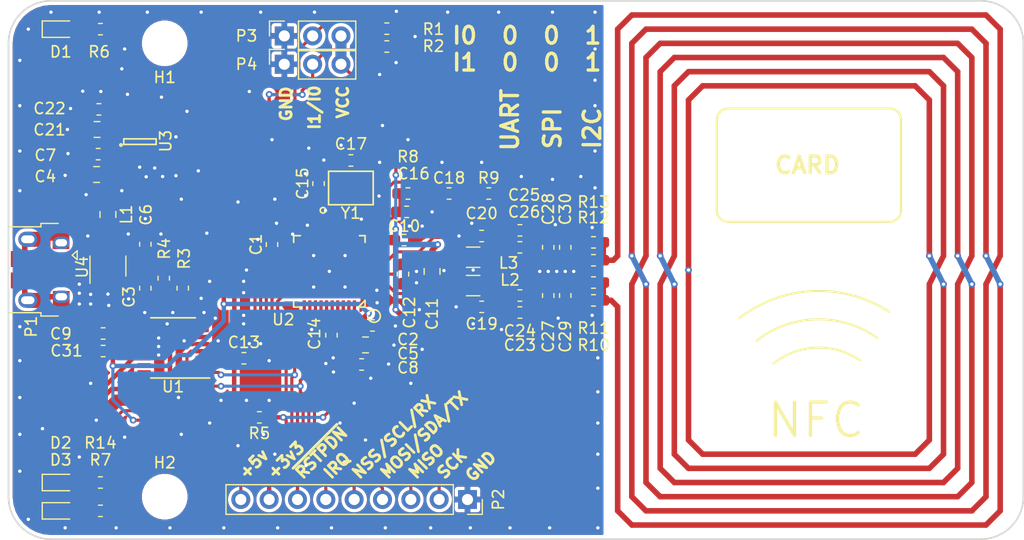
<source format=kicad_pcb>
(kicad_pcb (version 20171130) (host pcbnew 5.0.1-33cea8e~68~ubuntu18.04.1)
  (layers (0 F.Cu signal) (31 B.Cu signal) (34 B.Paste user) (35 F.Paste user) (36 B.SilkS user) (37 F.SilkS user) (38 B.Mask user) (39 F.Mask user) (44 Edge.Cuts user))
  (net 0 "")
  (net 1 +3V3)
  (net 2 GND)
  (net 3 +5V)
  (net 4 VCC)
  (net 5 /3V3OUT)
  (net 6 "Net-(C14-Pad1)")
  (net 7 "Net-(C15-Pad1)")
  (net 8 "Net-(C16-Pad2)")
  (net 9 "Net-(C17-Pad1)")
  (net 10 "Net-(C18-Pad1)")
  (net 11 "Net-(C18-Pad2)")
  (net 12 "Net-(C19-Pad2)")
  (net 13 "Net-(C23-Pad2)")
  (net 14 "Net-(C25-Pad2)")
  (net 15 "Net-(D1-Pad2)")
  (net 16 /RXLED)
  (net 17 "Net-(L2-Pad2)")
  (net 18 "Net-(L3-Pad2)")
  (net 19 "Net-(P1-Pad6)")
  (net 20 /SCK)
  (net 21 /MISO)
  (net 22 /MOSI)
  (net 23 /NSS)
  (net 24 /IRQ)
  (net 25 /~RSTPDN~)
  (net 26 /I0)
  (net 27 /I1)
  (net 28 "Net-(R3-Pad1)")
  (net 29 "Net-(R4-Pad1)")
  (net 30 "Net-(U1-Pad2)")
  (net 31 "Net-(U1-Pad6)")
  (net 32 "Net-(U1-Pad15)")
  (net 33 "Net-(U1-Pad16)")
  (net 34 "Net-(U2-Pad2)")
  (net 35 "Net-(U2-Pad12)")
  (net 36 "Net-(U2-Pad13)")
  (net 37 "Net-(U2-Pad19)")
  (net 38 "Net-(U2-Pad20)")
  (net 39 "Net-(U2-Pad24)")
  (net 40 "Net-(U2-Pad26)")
  (net 41 "Net-(U2-Pad21)")
  (net 42 "Net-(U2-Pad22)")
  (net 43 "Net-(U2-Pad36)")
  (net 44 "Net-(U2-Pad34)")
  (net 45 "Net-(U2-Pad31)")
  (net 46 "Net-(U2-Pad32)")
  (net 47 "Net-(U2-Pad35)")
  (net 48 "Net-(U2-Pad33)")
  (net 49 "Net-(U3-Pad4)")
  (net 50 "Net-(D2-Pad2)")
  (net 51 /TX2_L)
  (net 52 /5Vin)
  (net 53 /D+in)
  (net 54 /D-in)
  (net 55 "Net-(P1-Pad4)")
  (net 56 "Net-(D3-Pad2)")
  (net 57 /TXLED)
  (net 58 "Net-(U4-Pad1)")
  (net 59 "Net-(R10-Pad2)")
  (module Inductor_SMD:L_1206_3216Metric_Pad1.42x1.75mm_HandSolder (layer F.Cu) (at 144.653 106.4006 180)
    (fp_text reference L2 (at -3.302 0.508 180) (layer F.SilkS))
    (fp_text value 560nH)
    (pad 1 smd roundrect (at -1.4875 0 180) (size 1.425 1.75) (layers F.Cu F.Paste F.Mask) (roundrect_rratio 0.175439) (net 12 "Net-(C19-Pad2)"))
    (pad 2 smd roundrect (at 1.4875 0 180) (size 1.425 1.75) (layers F.Cu F.Paste F.Mask) (roundrect_rratio 0.175439) (net 17 "Net-(L2-Pad2)"))
  )
  (module "KiCAD library:FIDUCIAL_1mm" (layer F.Cu) (at 152.273 125.0696)
    (fp_text reference FID1 hide)
    (fp_text value Fiducial hide)
    (pad 1 smd circle (at 0 0) (size 1 1) (layers F.Cu F.Paste F.Mask) (clearance 0.6))
  )
  (module Capacitor_SMD:C_0603_1608Metric_Pad1.05x0.95mm_HandSolder (layer F.Cu) (at 148.844 107.2896)
    (fp_text reference C24 (at 0 3.175) (layer F.SilkS))
    (fp_text value TBD)
    (pad 1 smd roundrect (at -0.875 0) (size 1.05 0.95) (layers F.Cu F.Paste F.Mask) (net 12 "Net-(C19-Pad2)"))
    (pad 2 smd roundrect (at 0.875 0) (size 1.05 0.95) (layers F.Cu F.Paste F.Mask) (net 13 "Net-(C23-Pad2)"))
  )
  (module Capacitor_SMD:C_0603_1608Metric_Pad1.05x0.95mm_HandSolder (layer F.Cu) (at 145.415 101.9556)
    (fp_text reference C20 (at 0 -2.032) (layer F.SilkS))
    (fp_text value 220p)
    (pad 2 smd roundrect (at 0.875 0) (size 1.05 0.95) (layers F.Cu F.Paste F.Mask) (net 51 /TX2_L))
    (pad 1 smd roundrect (at -0.875 0) (size 1.05 0.95) (layers F.Cu F.Paste F.Mask) (net 2 GND))
  )
  (module Capacitor_SMD:C_0603_1608Metric_Pad1.05x0.95mm_HandSolder (layer F.Cu) (at 126.619 102.7176 90)
    (fp_text reference C1 (at 0 -1.43 90) (layer F.SilkS))
    (fp_text value 100nF)
    (pad 1 smd roundrect (at -0.875 0 90) (size 1.05 0.95) (layers F.Cu F.Paste F.Mask) (net 1 +3V3))
    (pad 2 smd roundrect (at 0.875 0 90) (size 1.05 0.95) (layers F.Cu F.Paste F.Mask) (net 2 GND))
  )
  (module Capacitor_SMD:C_0603_1608Metric_Pad1.05x0.95mm_HandSolder (layer F.Cu) (at 135.62268 109.97084)
    (fp_text reference C2 (at 3.18832 1.25576) (layer F.SilkS))
    (fp_text value 100nF)
    (pad 2 smd roundrect (at 0.875 0) (size 1.05 0.95) (layers F.Cu F.Paste F.Mask) (net 2 GND))
    (pad 1 smd roundrect (at -0.875 0) (size 1.05 0.95) (layers F.Cu F.Paste F.Mask) (net 3 +5V))
  )
  (module Capacitor_SMD:C_0603_1608Metric_Pad1.05x0.95mm_HandSolder (layer F.Cu) (at 148.844 101.4476)
    (fp_text reference C25 (at 0.381 -3.175) (layer F.SilkS))
    (fp_text value TBD)
    (pad 1 smd roundrect (at -0.875 0) (size 1.05 0.95) (layers F.Cu F.Paste F.Mask) (net 51 /TX2_L))
    (pad 2 smd roundrect (at 0.875 0) (size 1.05 0.95) (layers F.Cu F.Paste F.Mask) (net 14 "Net-(C25-Pad2)"))
  )
  (module Capacitor_SMD:C_0603_1608Metric_Pad1.05x0.95mm_HandSolder (layer F.Cu) (at 115.2652 106.6292 270)
    (fp_text reference C3 (at 0.7874 1.4732 270) (layer F.SilkS))
    (fp_text value 47pF)
    (pad 2 smd roundrect (at 0.875 0 270) (size 1.05 0.95) (layers F.Cu F.Paste F.Mask) (net 2 GND))
    (pad 1 smd roundrect (at -0.875 0 270) (size 1.05 0.95) (layers F.Cu F.Paste F.Mask) (net 53 /D+in))
  )
  (module Capacitor_SMD:C_0603_1608Metric_Pad1.05x0.95mm_HandSolder (layer F.Cu) (at 115.2652 102.6922 90)
    (fp_text reference C6 (at 2.6416 0.0508 90) (layer F.SilkS))
    (fp_text value 47pF)
    (pad 1 smd roundrect (at -0.875 0 90) (size 1.05 0.95) (layers F.Cu F.Paste F.Mask) (net 54 /D-in))
    (pad 2 smd roundrect (at 0.875 0 90) (size 1.05 0.95) (layers F.Cu F.Paste F.Mask) (net 2 GND))
  )
  (module Capacitor_SMD:C_0603_1608Metric_Pad1.05x0.95mm_HandSolder (layer F.Cu) (at 111.0374 94.615 180)
    (fp_text reference C7 (at 4.7384 -0.1016 180) (layer F.SilkS))
    (fp_text value 100nF)
    (pad 2 smd roundrect (at 0.875 0 180) (size 1.05 0.95) (layers F.Cu F.Paste F.Mask) (net 2 GND))
    (pad 1 smd roundrect (at -0.875 0 180) (size 1.05 0.95) (layers F.Cu F.Paste F.Mask) (net 3 +5V))
  )
  (module Capacitor_SMD:C_0603_1608Metric_Pad1.05x0.95mm_HandSolder (layer F.Cu) (at 134.65268 113.47084)
    (fp_text reference C8 (at 4.15832 0.29576) (layer F.SilkS))
    (fp_text value 100nF)
    (pad 1 smd roundrect (at -0.875 0) (size 1.05 0.95) (layers F.Cu F.Paste F.Mask) (net 4 VCC))
    (pad 2 smd roundrect (at 0.875 0) (size 1.05 0.95) (layers F.Cu F.Paste F.Mask) (net 2 GND))
  )
  (module Capacitor_SMD:C_0603_1608Metric_Pad1.05x0.95mm_HandSolder (layer F.Cu) (at 111.4806 110.6932)
    (fp_text reference C9 (at -3.7846 0.0254) (layer F.SilkS))
    (fp_text value 100nF)
    (pad 2 smd roundrect (at 0.875 0) (size 1.05 0.95) (layers F.Cu F.Paste F.Mask) (net 5 /3V3OUT))
    (pad 1 smd roundrect (at -0.875 0) (size 1.05 0.95) (layers F.Cu F.Paste F.Mask) (net 2 GND))
  )
  (module Capacitor_SMD:C_0603_1608Metric_Pad1.05x0.95mm_HandSolder (layer F.Cu) (at 138.46268 102.32084)
    (fp_text reference C10 (at 0 -1.25424) (layer F.SilkS))
    (fp_text value 100nF)
    (pad 1 smd roundrect (at -0.875 0) (size 1.05 0.95) (layers F.Cu F.Paste F.Mask) (net 4 VCC))
    (pad 2 smd roundrect (at 0.875 0) (size 1.05 0.95) (layers F.Cu F.Paste F.Mask) (net 2 GND))
  )
  (module Capacitor_SMD:C_0603_1608Metric_Pad1.05x0.95mm_HandSolder (layer F.Cu) (at 138.36268 105.37084 270)
    (fp_text reference C12 (at 3.44276 -0.57532 270) (layer F.SilkS))
    (fp_text value 100nF)
    (pad 2 smd roundrect (at 0.875 0 270) (size 1.05 0.95) (layers F.Cu F.Paste F.Mask) (net 2 GND))
    (pad 1 smd roundrect (at -0.875 0 270) (size 1.05 0.95) (layers F.Cu F.Paste F.Mask) (net 4 VCC))
  )
  (module Capacitor_SMD:C_0603_1608Metric_Pad1.05x0.95mm_HandSolder (layer F.Cu) (at 124.1044 112.9157)
    (fp_text reference C13 (at 0 -1.43) (layer F.SilkS))
    (fp_text value 100nF)
    (pad 1 smd roundrect (at -0.875 0) (size 1.05 0.95) (layers F.Cu F.Paste F.Mask) (net 1 +3V3))
    (pad 2 smd roundrect (at 0.875 0) (size 1.05 0.95) (layers F.Cu F.Paste F.Mask) (net 2 GND))
  )
  (module Capacitor_SMD:C_0603_1608Metric_Pad1.05x0.95mm_HandSolder (layer F.Cu) (at 131.953 110.8456 270)
    (fp_text reference C14 (at -0.127 1.524 270) (layer F.SilkS))
    (fp_text value 100nF)
    (pad 2 smd roundrect (at 0.875 0 270) (size 1.05 0.95) (layers F.Cu F.Paste F.Mask) (net 2 GND))
    (pad 1 smd roundrect (at -0.875 0 270) (size 1.05 0.95) (layers F.Cu F.Paste F.Mask) (net 6 "Net-(C14-Pad1)"))
  )
  (module Capacitor_SMD:C_0603_1608Metric_Pad1.05x0.95mm_HandSolder (layer F.Cu) (at 142.494 98.1456 180)
    (fp_text reference C18 (at 0 1.397 180) (layer F.SilkS))
    (fp_text value 1nF)
    (pad 1 smd roundrect (at -0.875 0 180) (size 1.05 0.95) (layers F.Cu F.Paste F.Mask) (net 10 "Net-(C18-Pad1)"))
    (pad 2 smd roundrect (at 0.875 0 180) (size 1.05 0.95) (layers F.Cu F.Paste F.Mask) (net 11 "Net-(C18-Pad2)"))
  )
  (module Capacitor_SMD:C_0603_1608Metric_Pad1.05x0.95mm_HandSolder (layer F.Cu) (at 111.0996 90.6018 180)
    (fp_text reference C22 (at 4.4196 0.0762 180) (layer F.SilkS))
    (fp_text value 100nF)
    (pad 2 smd roundrect (at 0.875 0 180) (size 1.05 0.95) (layers F.Cu F.Paste F.Mask) (net 2 GND))
    (pad 1 smd roundrect (at -0.875 0 180) (size 1.05 0.95) (layers F.Cu F.Paste F.Mask) (net 1 +3V3))
  )
  (module Capacitor_SMD:C_0603_1608Metric_Pad1.05x0.95mm_HandSolder (layer F.Cu) (at 111.4806 112.268 180)
    (fp_text reference C31 (at 3.2766 0.0254 180) (layer F.SilkS))
    (fp_text value 100nF)
    (pad 1 smd roundrect (at -0.875 0 180) (size 1.05 0.95) (layers F.Cu F.Paste F.Mask) (net 3 +5V))
    (pad 2 smd roundrect (at 0.875 0 180) (size 1.05 0.95) (layers F.Cu F.Paste F.Mask) (net 2 GND))
  )
  (module Capacitor_SMD:C_0603_1608Metric_Pad1.05x0.95mm_HandSolder (layer F.Cu) (at 152.908 102.9716 90)
    (fp_text reference C30 (at 3.429 0 90) (layer F.SilkS))
    (fp_text value TBD)
    (pad 2 smd roundrect (at 0.875 0 90) (size 1.05 0.95) (layers F.Cu F.Paste F.Mask) (net 14 "Net-(C25-Pad2)"))
    (pad 1 smd roundrect (at -0.875 0 90) (size 1.05 0.95) (layers F.Cu F.Paste F.Mask) (net 2 GND))
  )
  (module Capacitor_SMD:C_0603_1608Metric_Pad1.05x0.95mm_HandSolder (layer F.Cu) (at 152.908 107.2896 90)
    (fp_text reference C29 (at -3.683 0 90) (layer F.SilkS))
    (fp_text value TBD)
    (pad 1 smd roundrect (at -0.875 0 90) (size 1.05 0.95) (layers F.Cu F.Paste F.Mask) (net 13 "Net-(C23-Pad2)"))
    (pad 2 smd roundrect (at 0.875 0 90) (size 1.05 0.95) (layers F.Cu F.Paste F.Mask) (net 2 GND))
  )
  (module Capacitor_SMD:C_0603_1608Metric_Pad1.05x0.95mm_HandSolder (layer F.Cu) (at 151.384 102.9716 90)
    (fp_text reference C28 (at 3.429 0 90) (layer F.SilkS))
    (fp_text value TBD)
    (pad 2 smd roundrect (at 0.875 0 90) (size 1.05 0.95) (layers F.Cu F.Paste F.Mask) (net 14 "Net-(C25-Pad2)"))
    (pad 1 smd roundrect (at -0.875 0 90) (size 1.05 0.95) (layers F.Cu F.Paste F.Mask) (net 2 GND))
  )
  (module Capacitor_SMD:C_0603_1608Metric_Pad1.05x0.95mm_HandSolder (layer F.Cu) (at 148.844 108.8136)
    (fp_text reference C23 (at 0 2.921) (layer F.SilkS))
    (fp_text value TBD)
    (pad 1 smd roundrect (at -0.875 0) (size 1.05 0.95) (layers F.Cu F.Paste F.Mask) (net 12 "Net-(C19-Pad2)"))
    (pad 2 smd roundrect (at 0.875 0) (size 1.05 0.95) (layers F.Cu F.Paste F.Mask) (net 13 "Net-(C23-Pad2)"))
  )
  (module Capacitor_SMD:C_0603_1608Metric_Pad1.05x0.95mm_HandSolder (layer F.Cu) (at 151.384 107.2896 90)
    (fp_text reference C27 (at -3.683 0 90) (layer F.SilkS))
    (fp_text value TBD)
    (pad 2 smd roundrect (at 0.875 0 90) (size 1.05 0.95) (layers F.Cu F.Paste F.Mask) (net 2 GND))
    (pad 1 smd roundrect (at -0.875 0 90) (size 1.05 0.95) (layers F.Cu F.Paste F.Mask) (net 13 "Net-(C23-Pad2)"))
  )
  (module Capacitor_SMD:C_0603_1608Metric_Pad1.05x0.95mm_HandSolder (layer F.Cu) (at 148.844 102.9716)
    (fp_text reference C26 (at 0.381 -3.175) (layer F.SilkS))
    (fp_text value TBD)
    (pad 1 smd roundrect (at -0.875 0) (size 1.05 0.95) (layers F.Cu F.Paste F.Mask) (net 51 /TX2_L))
    (pad 2 smd roundrect (at 0.875 0) (size 1.05 0.95) (layers F.Cu F.Paste F.Mask) (net 14 "Net-(C25-Pad2)"))
  )
  (module Capacitor_SMD:C_0603_1608Metric_Pad1.05x0.95mm_HandSolder (layer F.Cu) (at 133.69268 95.18084 180)
    (fp_text reference C17 (at 0 1.48024 180) (layer F.SilkS))
    (fp_text value C)
    (pad 2 smd roundrect (at 0.875 0 180) (size 1.05 0.95) (layers F.Cu F.Paste F.Mask) (net 2 GND))
    (pad 1 smd roundrect (at -0.875 0 180) (size 1.05 0.95) (layers F.Cu F.Paste F.Mask) (net 9 "Net-(C17-Pad1)"))
  )
  (module Capacitor_SMD:C_0603_1608Metric_Pad1.05x0.95mm_HandSolder (layer F.Cu) (at 138.69268 99.79084 180)
    (fp_text reference C16 (at -0.62632 3.42324 180) (layer F.SilkS))
    (fp_text value 100nF)
    (pad 1 smd roundrect (at -0.875 0 180) (size 1.05 0.95) (layers F.Cu F.Paste F.Mask) (net 2 GND))
    (pad 2 smd roundrect (at 0.875 0 180) (size 1.05 0.95) (layers F.Cu F.Paste F.Mask) (net 8 "Net-(C16-Pad2)"))
  )
  (module Capacitor_SMD:C_0603_1608Metric_Pad1.05x0.95mm_HandSolder (layer F.Cu) (at 145.415 108.3056)
    (fp_text reference C19 (at 0 1.524) (layer F.SilkS))
    (fp_text value 220p)
    (pad 2 smd roundrect (at 0.875 0) (size 1.05 0.95) (layers F.Cu F.Paste F.Mask) (net 12 "Net-(C19-Pad2)"))
    (pad 1 smd roundrect (at -0.875 0) (size 1.05 0.95) (layers F.Cu F.Paste F.Mask) (net 2 GND))
  )
  (module Capacitor_SMD:C_0603_1608Metric_Pad1.05x0.95mm_HandSolder (layer F.Cu) (at 130.79268 97.2566 90)
    (fp_text reference C15 (at 0 -1.43 90) (layer F.SilkS))
    (fp_text value C)
    (pad 1 smd roundrect (at -0.875 0 90) (size 1.05 0.95) (layers F.Cu F.Paste F.Mask) (net 7 "Net-(C15-Pad1)"))
    (pad 2 smd roundrect (at 0.875 0 90) (size 1.05 0.95) (layers F.Cu F.Paste F.Mask) (net 2 GND))
  )
  (module Capacitor_SMD:C_0805_2012Metric_Pad1.15x1.40mm_HandSolder (layer F.Cu) (at 140.97 105.1306 270)
    (fp_text reference C11 (at 3.81 0 270) (layer F.SilkS))
    (fp_text value 10uF)
    (pad 2 smd roundrect (at 1.025 0 270) (size 1.15 1.4) (layers F.Cu F.Paste F.Mask) (roundrect_rratio 0.217391) (net 2 GND))
    (pad 1 smd roundrect (at -1.025 0 270) (size 1.15 1.4) (layers F.Cu F.Paste F.Mask) (roundrect_rratio 0.217391) (net 4 VCC))
  )
  (module Capacitor_SMD:C_0805_2012Metric_Pad1.15x1.40mm_HandSolder (layer F.Cu) (at 135.00268 111.72084)
    (fp_text reference C5 (at 3.80832 0.77576) (layer F.SilkS))
    (fp_text value 10uF)
    (pad 1 smd roundrect (at -1.025 0) (size 1.15 1.4) (layers F.Cu F.Paste F.Mask) (roundrect_rratio 0.217391) (net 4 VCC))
    (pad 2 smd roundrect (at 1.025 0) (size 1.15 1.4) (layers F.Cu F.Paste F.Mask) (roundrect_rratio 0.217391) (net 2 GND))
  )
  (module Capacitor_SMD:C_0805_2012Metric_Pad1.15x1.40mm_HandSolder (layer F.Cu) (at 110.8964 96.4438 180)
    (fp_text reference C4 (at 4.5974 -0.1778 180) (layer F.SilkS))
    (fp_text value 10uF)
    (pad 2 smd roundrect (at 1.025 0 180) (size 1.15 1.4) (layers F.Cu F.Paste F.Mask) (roundrect_rratio 0.217391) (net 2 GND))
    (pad 1 smd roundrect (at -1.025 0 180) (size 1.15 1.4) (layers F.Cu F.Paste F.Mask) (roundrect_rratio 0.217391) (net 3 +5V))
  )
  (module Capacitor_SMD:C_0805_2012Metric_Pad1.15x1.40mm_HandSolder (layer F.Cu) (at 110.9382 92.4052 180)
    (fp_text reference C21 (at 4.2582 -0.0254 180) (layer F.SilkS))
    (fp_text value 10uF)
    (pad 1 smd roundrect (at -1.025 0 180) (size 1.15 1.4) (layers F.Cu F.Paste F.Mask) (roundrect_rratio 0.217391) (net 1 +3V3))
    (pad 2 smd roundrect (at 1.025 0 180) (size 1.15 1.4) (layers F.Cu F.Paste F.Mask) (roundrect_rratio 0.217391) (net 2 GND))
  )
  (module Connector_PinSocket_2.54mm:PinSocket_1x03_P2.54mm_Vertical (layer F.Cu) (at 127.72284 84.01704 90)
    (fp_text reference P3 (at 0 -3.38984 180) (layer F.SilkS))
    (fp_text value CONN_01X03)
    (pad 3 thru_hole oval (at 0 5.08 90) (size 1.7 1.7) (drill 1) (layers *.Cu *.Mask) (net 4 VCC))
    (pad 2 thru_hole oval (at 0 2.54 90) (size 1.7 1.7) (drill 1) (layers *.Cu *.Mask) (net 26 /I0))
    (pad 1 thru_hole rect (at 0 0 90) (size 1.7 1.7) (drill 1) (layers *.Cu *.Mask) (net 2 GND))
  )
  (module Connector_PinSocket_2.54mm:PinSocket_1x03_P2.54mm_Vertical (layer F.Cu) (at 127.72284 86.55704 90)
    (fp_text reference P4 (at 0 -3.38984 180) (layer F.SilkS))
    (fp_text value CONN_01X03)
    (pad 1 thru_hole rect (at 0 0 90) (size 1.7 1.7) (drill 1) (layers *.Cu *.Mask) (net 2 GND))
    (pad 2 thru_hole oval (at 0 2.54 90) (size 1.7 1.7) (drill 1) (layers *.Cu *.Mask) (net 27 /I1))
    (pad 3 thru_hole oval (at 0 5.08 90) (size 1.7 1.7) (drill 1) (layers *.Cu *.Mask) (net 4 VCC))
  )
  (module Connector_PinSocket_2.54mm:PinSocket_1x09_P2.54mm_Vertical (layer F.Cu) (at 144.145 125.5776 270)
    (fp_text reference P2 (at 0 -2.77 270) (layer F.SilkS))
    (fp_text value CONN_01X09)
    (pad 1 thru_hole rect (at 0 0 270) (size 1.7 1.7) (drill 1) (layers *.Cu *.Mask) (net 2 GND))
    (pad 2 thru_hole oval (at 0 2.54 270) (size 1.7 1.7) (drill 1) (layers *.Cu *.Mask) (net 20 /SCK))
    (pad 3 thru_hole oval (at 0 5.08 270) (size 1.7 1.7) (drill 1) (layers *.Cu *.Mask) (net 21 /MISO))
    (pad 4 thru_hole oval (at 0 7.62 270) (size 1.7 1.7) (drill 1) (layers *.Cu *.Mask) (net 22 /MOSI))
    (pad 5 thru_hole oval (at 0 10.16 270) (size 1.7 1.7) (drill 1) (layers *.Cu *.Mask) (net 23 /NSS))
    (pad 6 thru_hole oval (at 0 12.7 270) (size 1.7 1.7) (drill 1) (layers *.Cu *.Mask) (net 24 /IRQ))
    (pad 7 thru_hole oval (at 0 15.24 270) (size 1.7 1.7) (drill 1) (layers *.Cu *.Mask) (net 25 /~RSTPDN~))
    (pad 8 thru_hole oval (at 0 17.78 270) (size 1.7 1.7) (drill 1) (layers *.Cu *.Mask) (net 1 +3V3))
    (pad 9 thru_hole oval (at 0 20.32 270) (size 1.7 1.7) (drill 1) (layers *.Cu *.Mask) (net 3 +5V))
  )
  (module Inductor_SMD:L_0805_2012Metric_Pad1.15x1.40mm_HandSolder (layer F.Cu) (at 111.9124 100.0252 270)
    (fp_text reference L1 (at 0 -1.65 270) (layer F.SilkS))
    (fp_text value Ferrite_Bead)
    (pad 1 smd roundrect (at -1.025 0 270) (size 1.15 1.4) (layers F.Cu F.Paste F.Mask) (roundrect_rratio 0.217391) (net 3 +5V))
    (pad 2 smd roundrect (at 1.025 0 270) (size 1.15 1.4) (layers F.Cu F.Paste F.Mask) (roundrect_rratio 0.217391) (net 52 /5Vin))
  )
  (module LED_SMD:LED_0603_1608Metric_Pad1.05x0.95mm_HandSolder (layer F.Cu) (at 107.682 126.5936)
    (fp_text reference D3 (at 0 -4.572) (layer F.SilkS))
    (fp_text value LED)
    (pad 1 smd roundrect (at -0.875 0) (size 1.05 0.95) (layers F.Cu F.Paste F.Mask) (net 57 /TXLED))
    (pad 2 smd roundrect (at 0.875 0) (size 1.05 0.95) (layers F.Cu F.Paste F.Mask) (net 56 "Net-(D3-Pad2)"))
  )
  (module LED_SMD:LED_0603_1608Metric_Pad1.05x0.95mm_HandSolder (layer F.Cu) (at 107.682 124.0536)
    (fp_text reference D2 (at 0 -3.556) (layer F.SilkS))
    (fp_text value LED)
    (pad 2 smd roundrect (at 0.875 0) (size 1.05 0.95) (layers F.Cu F.Paste F.Mask) (net 50 "Net-(D2-Pad2)"))
    (pad 1 smd roundrect (at -0.875 0) (size 1.05 0.95) (layers F.Cu F.Paste F.Mask) (net 16 /RXLED))
  )
  (module LED_SMD:LED_0603_1608Metric_Pad1.05x0.95mm_HandSolder (layer F.Cu) (at 107.682 83.4136)
    (fp_text reference D1 (at 0 2.032) (layer F.SilkS))
    (fp_text value LED)
    (pad 1 smd roundrect (at -0.875 0) (size 1.05 0.95) (layers F.Cu F.Paste F.Mask) (net 2 GND))
    (pad 2 smd roundrect (at 0.875 0) (size 1.05 0.95) (layers F.Cu F.Paste F.Mask) (net 15 "Net-(D1-Pad2)"))
  )
  (module Package_SO:SSOP-16_3.9x4.9mm_P0.635mm (layer F.Cu) (at 117.7544 111.9632 180)
    (fp_text reference U1 (at 0 -3.5 180) (layer F.SilkS))
    (fp_text value FT230XS)
    (pad 1 smd rect (at -2.6 -2.2225 180) (size 1.2 0.4) (layers F.Cu F.Paste F.Mask) (net 23 /NSS))
    (pad 2 smd rect (at -2.6 -1.5875 180) (size 1.2 0.4) (layers F.Cu F.Paste F.Mask) (net 30 "Net-(U1-Pad2)"))
    (pad 3 smd rect (at -2.6 -0.9525 180) (size 1.2 0.4) (layers F.Cu F.Paste F.Mask) (net 1 +3V3))
    (pad 4 smd rect (at -2.6 -0.3175 180) (size 1.2 0.4) (layers F.Cu F.Paste F.Mask) (net 22 /MOSI))
    (pad 5 smd rect (at -2.6 0.3175 180) (size 1.2 0.4) (layers F.Cu F.Paste F.Mask) (net 2 GND))
    (pad 6 smd rect (at -2.6 0.9525 180) (size 1.2 0.4) (layers F.Cu F.Paste F.Mask) (net 31 "Net-(U1-Pad6)"))
    (pad 7 smd rect (at -2.6 1.5875 180) (size 1.2 0.4) (layers F.Cu F.Paste F.Mask) (net 16 /RXLED))
    (pad 8 smd rect (at -2.6 2.2225 180) (size 1.2 0.4) (layers F.Cu F.Paste F.Mask) (net 28 "Net-(R3-Pad1)"))
    (pad 9 smd rect (at 2.6 2.2225 180) (size 1.2 0.4) (layers F.Cu F.Paste F.Mask) (net 29 "Net-(R4-Pad1)"))
    (pad 10 smd rect (at 2.6 1.5875 180) (size 1.2 0.4) (layers F.Cu F.Paste F.Mask) (net 5 /3V3OUT))
    (pad 11 smd rect (at 2.6 0.9525 180) (size 1.2 0.4) (layers F.Cu F.Paste F.Mask) (net 5 /3V3OUT))
    (pad 12 smd rect (at 2.6 0.3175 180) (size 1.2 0.4) (layers F.Cu F.Paste F.Mask) (net 3 +5V))
    (pad 13 smd rect (at 2.6 -0.3175 180) (size 1.2 0.4) (layers F.Cu F.Paste F.Mask) (net 2 GND))
    (pad 14 smd rect (at 2.6 -0.9525 180) (size 1.2 0.4) (layers F.Cu F.Paste F.Mask) (net 57 /TXLED))
    (pad 15 smd rect (at 2.6 -1.5875 180) (size 1.2 0.4) (layers F.Cu F.Paste F.Mask) (net 32 "Net-(U1-Pad15)"))
    (pad 16 smd rect (at 2.6 -2.2225 180) (size 1.2 0.4) (layers F.Cu F.Paste F.Mask) (net 33 "Net-(U1-Pad16)"))
  )
  (module Resistor_SMD:R_0603_1608Metric_Pad1.05x0.95mm_HandSolder (layer F.Cu) (at 146.05 98.1456 180)
    (fp_text reference R9 (at 0 1.397 180) (layer F.SilkS))
    (fp_text value 2.7k)
    (pad 2 smd roundrect (at 0.875 0 180) (size 1.05 0.95) (layers F.Cu F.Paste F.Mask) (net 10 "Net-(C18-Pad1)"))
    (pad 1 smd roundrect (at -0.875 0 180) (size 1.05 0.95) (layers F.Cu F.Paste F.Mask) (net 51 /TX2_L))
  )
  (module Resistor_SMD:R_0603_1608Metric_Pad1.05x0.95mm_HandSolder (layer F.Cu) (at 136.91284 84.96704 180)
    (fp_text reference R2 (at -4.18416 0.02944 180) (layer F.SilkS))
    (fp_text value 10k)
    (pad 1 smd roundrect (at -0.875 0 180) (size 1.05 0.95) (layers F.Cu F.Paste F.Mask) (net 2 GND))
    (pad 2 smd roundrect (at 0.875 0 180) (size 1.05 0.95) (layers F.Cu F.Paste F.Mask) (net 27 /I1))
  )
  (module Resistor_SMD:R_0603_1608Metric_Pad1.05x0.95mm_HandSolder (layer F.Cu) (at 111.238 124.0536)
    (fp_text reference R14 (at 0 -3.556) (layer F.SilkS))
    (fp_text value 1k)
    (pad 2 smd roundrect (at 0.875 0) (size 1.05 0.95) (layers F.Cu F.Paste F.Mask) (net 1 +3V3))
    (pad 1 smd roundrect (at -0.875 0) (size 1.05 0.95) (layers F.Cu F.Paste F.Mask) (net 50 "Net-(D2-Pad2)"))
  )
  (module Resistor_SMD:R_0603_1608Metric_Pad1.05x0.95mm_HandSolder (layer F.Cu) (at 155.43924 102.52446)
    (fp_text reference R13 (at 0.00876 -3.61686) (layer F.SilkS))
    (fp_text value TBD)
    (pad 1 smd roundrect (at -0.875 0) (size 1.05 0.95) (layers F.Cu F.Paste F.Mask) (net 14 "Net-(C25-Pad2)"))
    (pad 2 smd roundrect (at 0.875 0) (size 1.05 0.95) (layers F.Cu F.Paste F.Mask) (net 59 "Net-(R10-Pad2)"))
  )
  (module Resistor_SMD:R_0603_1608Metric_Pad1.05x0.95mm_HandSolder (layer F.Cu) (at 155.43924 104.12806)
    (fp_text reference R12 (at 0 -3.82346) (layer F.SilkS))
    (fp_text value TBD)
    (pad 2 smd roundrect (at 0.875 0) (size 1.05 0.95) (layers F.Cu F.Paste F.Mask) (net 59 "Net-(R10-Pad2)"))
    (pad 1 smd roundrect (at -0.875 0) (size 1.05 0.95) (layers F.Cu F.Paste F.Mask) (net 14 "Net-(C25-Pad2)"))
  )
  (module Resistor_SMD:R_0603_1608Metric_Pad1.05x0.95mm_HandSolder (layer F.Cu) (at 155.43924 106.12806)
    (fp_text reference R11 (at 0.00876 4.08254) (layer F.SilkS))
    (fp_text value TBD)
    (pad 1 smd roundrect (at -0.875 0) (size 1.05 0.95) (layers F.Cu F.Paste F.Mask) (net 13 "Net-(C23-Pad2)"))
    (pad 2 smd roundrect (at 0.875 0) (size 1.05 0.95) (layers F.Cu F.Paste F.Mask) (net 59 "Net-(R10-Pad2)"))
  )
  (module Resistor_SMD:R_0603_1608Metric_Pad1.05x0.95mm_HandSolder (layer F.Cu) (at 155.43924 107.72446)
    (fp_text reference R10 (at 0.00876 4.01014) (layer F.SilkS))
    (fp_text value TBD)
    (pad 2 smd roundrect (at 0.875 0) (size 1.05 0.95) (layers F.Cu F.Paste F.Mask) (net 59 "Net-(R10-Pad2)"))
    (pad 1 smd roundrect (at -0.875 0) (size 1.05 0.95) (layers F.Cu F.Paste F.Mask) (net 13 "Net-(C23-Pad2)"))
  )
  (module Resistor_SMD:R_0603_1608Metric_Pad1.05x0.95mm_HandSolder (layer F.Cu) (at 138.811 98.1456)
    (fp_text reference R8 (at 0 -3.302) (layer F.SilkS))
    (fp_text value 1k)
    (pad 1 smd roundrect (at -0.875 0) (size 1.05 0.95) (layers F.Cu F.Paste F.Mask) (net 8 "Net-(C16-Pad2)"))
    (pad 2 smd roundrect (at 0.875 0) (size 1.05 0.95) (layers F.Cu F.Paste F.Mask) (net 11 "Net-(C18-Pad2)"))
  )
  (module Resistor_SMD:R_0603_1608Metric_Pad1.05x0.95mm_HandSolder (layer F.Cu) (at 111.238 126.5936)
    (fp_text reference R7 (at 0 -4.572) (layer F.SilkS))
    (fp_text value 1k)
    (pad 2 smd roundrect (at 0.875 0) (size 1.05 0.95) (layers F.Cu F.Paste F.Mask) (net 1 +3V3))
    (pad 1 smd roundrect (at -0.875 0) (size 1.05 0.95) (layers F.Cu F.Paste F.Mask) (net 56 "Net-(D3-Pad2)"))
  )
  (module Resistor_SMD:R_0603_1608Metric_Pad1.05x0.95mm_HandSolder (layer F.Cu) (at 111.238 83.4136)
    (fp_text reference R6 (at -0.113 2.032) (layer F.SilkS))
    (fp_text value 1k)
    (pad 1 smd roundrect (at -0.875 0) (size 1.05 0.95) (layers F.Cu F.Paste F.Mask) (net 15 "Net-(D1-Pad2)"))
    (pad 2 smd roundrect (at 0.875 0) (size 1.05 0.95) (layers F.Cu F.Paste F.Mask) (net 1 +3V3))
  )
  (module Resistor_SMD:R_0603_1608Metric_Pad1.05x0.95mm_HandSolder (layer F.Cu) (at 125.49 118.2116 180)
    (fp_text reference R5 (at 0 -1.43 180) (layer F.SilkS))
    (fp_text value 10k)
    (pad 2 smd roundrect (at 0.875 0 180) (size 1.05 0.95) (layers F.Cu F.Paste F.Mask) (net 1 +3V3))
    (pad 1 smd roundrect (at -0.875 0 180) (size 1.05 0.95) (layers F.Cu F.Paste F.Mask) (net 25 /~RSTPDN~))
  )
  (module Resistor_SMD:R_0603_1608Metric_Pad1.05x0.95mm_HandSolder (layer F.Cu) (at 116.9162 105.7402 90)
    (fp_text reference R4 (at 2.6416 0.0508 90) (layer F.SilkS))
    (fp_text value 27R)
    (pad 1 smd roundrect (at -0.875 0 90) (size 1.05 0.95) (layers F.Cu F.Paste F.Mask) (net 29 "Net-(R4-Pad1)"))
    (pad 2 smd roundrect (at 0.875 0 90) (size 1.05 0.95) (layers F.Cu F.Paste F.Mask) (net 54 /D-in))
  )
  (module Resistor_SMD:R_0603_1608Metric_Pad1.05x0.95mm_HandSolder (layer F.Cu) (at 118.618 106.6292 90)
    (fp_text reference R3 (at 2.6416 0.127 90) (layer F.SilkS))
    (fp_text value 27R)
    (pad 2 smd roundrect (at 0.875 0 90) (size 1.05 0.95) (layers F.Cu F.Paste F.Mask) (net 53 /D+in))
    (pad 1 smd roundrect (at -0.875 0 90) (size 1.05 0.95) (layers F.Cu F.Paste F.Mask) (net 28 "Net-(R3-Pad1)"))
  )
  (module Resistor_SMD:R_0603_1608Metric_Pad1.05x0.95mm_HandSolder (layer F.Cu) (at 136.91284 83.36704 180)
    (fp_text reference R1 (at -4.18416 -0.04656 180) (layer F.SilkS))
    (fp_text value 10k)
    (pad 1 smd roundrect (at -0.875 0 180) (size 1.05 0.95) (layers F.Cu F.Paste F.Mask) (net 2 GND))
    (pad 2 smd roundrect (at 0.875 0 180) (size 1.05 0.95) (layers F.Cu F.Paste F.Mask) (net 26 /I0))
  )
  (module MountingHole:MountingHole_3.5mm (layer F.Cu) (at 117.004 84.6836)
    (fp_text reference H1 (at 0 3.048) (layer F.SilkS))
    (fp_text value MountingHole)
    (pad 1 np_thru_hole circle (at 0 0) (size 3.5 3.5) (drill 3.5) (layers *.Cu *.Mask))
  )
  (module MountingHole:MountingHole_3.5mm (layer F.Cu) (at 117.004 125.3236)
    (fp_text reference H2 (at 0 -3.048) (layer F.SilkS))
    (fp_text value MountingHole)
    (pad 1 np_thru_hole circle (at 0 0) (size 3.5 3.5) (drill 3.5) (layers *.Cu *.Mask))
  )
  (module Inductor_SMD:L_1206_3216Metric_Pad1.42x1.75mm_HandSolder (layer F.Cu) (at 144.653 103.8606 180)
    (fp_text reference L3 (at -3.175 -0.508 180) (layer F.SilkS))
    (fp_text value 560nH)
    (pad 2 smd roundrect (at 1.4875 0 180) (size 1.425 1.75) (layers F.Cu F.Paste F.Mask) (roundrect_rratio 0.175439) (net 18 "Net-(L3-Pad2)"))
    (pad 1 smd roundrect (at -1.4875 0 180) (size 1.425 1.75) (layers F.Cu F.Paste F.Mask) (roundrect_rratio 0.175439) (net 51 /TX2_L))
  )
  (module Package_TO_SOT_SMD:SOT-23-6 (layer F.Cu) (at 111.9124 104.648 90)
    (fp_text reference U4 (at -0.1016 -2.3114 90) (layer F.SilkS))
    (fp_text value SRV05-4)
    (pad 1 smd rect (at -1.1 -0.95 90) (size 1.06 0.65) (layers F.Cu F.Paste F.Mask) (net 58 "Net-(U4-Pad1)"))
    (pad 2 smd rect (at -1.1 0 90) (size 1.06 0.65) (layers F.Cu F.Paste F.Mask) (net 2 GND))
    (pad 3 smd rect (at -1.1 0.95 90) (size 1.06 0.65) (layers F.Cu F.Paste F.Mask) (net 53 /D+in))
    (pad 4 smd rect (at 1.1 0.95 90) (size 1.06 0.65) (layers F.Cu F.Paste F.Mask) (net 54 /D-in))
    (pad 6 smd rect (at 1.1 -0.95 90) (size 1.06 0.65) (layers F.Cu F.Paste F.Mask) (net 52 /5Vin))
    (pad 5 smd rect (at 1.1 0 90) (size 1.06 0.65) (layers F.Cu F.Paste F.Mask) (net 52 /5Vin))
  )
  (module Connector_USB:USB_Micro-B_Amphenol_10103594-0001LF_Horizontal (layer F.Cu) (at 105.8418 105.0036 270)
    (fp_text reference P1 (at 5.08 0.8128 270) (layer F.SilkS))
    (fp_text value USB_OTG)
    (pad 6 smd rect (at 2.725 0.185 270) (size 1.35 2) (layers F.Cu F.Paste F.Mask) (net 19 "Net-(P1-Pad6)"))
    (pad 6 smd rect (at -2.755 0.185 270) (size 1.35 2) (layers F.Cu F.Paste F.Mask) (net 19 "Net-(P1-Pad6)"))
    (pad 6 smd rect (at -2.975 -0.565 270) (size 1.825 0.7) (layers F.Cu F.Paste F.Mask) (net 19 "Net-(P1-Pad6)"))
    (pad 6 smd rect (at 2.975 -0.565 270) (size 1.825 0.7) (layers F.Cu F.Paste F.Mask) (net 19 "Net-(P1-Pad6)"))
    (pad 6 smd rect (at -2.875 -1.865 270) (size 2 1.5) (layers F.Cu F.Paste F.Mask) (net 19 "Net-(P1-Pad6)"))
    (pad 6 smd rect (at 2.875 -1.885 270) (size 2 1.5) (layers F.Cu F.Paste F.Mask) (net 19 "Net-(P1-Pad6)"))
    (pad 1 smd rect (at -1.325 -1.765) (size 1.65 0.4) (layers F.Cu F.Paste F.Mask) (net 52 /5Vin))
    (pad 2 smd rect (at -0.675 -1.765) (size 1.65 0.4) (layers F.Cu F.Paste F.Mask) (net 54 /D-in))
    (pad 3 smd rect (at -0.025 -1.765) (size 1.65 0.4) (layers F.Cu F.Paste F.Mask) (net 53 /D+in))
    (pad 4 smd rect (at 0.625 -1.765) (size 1.65 0.4) (layers F.Cu F.Paste F.Mask) (net 55 "Net-(P1-Pad4)"))
    (pad 5 smd rect (at 1.275 -1.765) (size 1.65 0.4) (layers F.Cu F.Paste F.Mask) (net 2 GND))
    (pad 6 thru_hole oval (at -2.445 -1.885) (size 1.5 1.1) (drill oval 1.05 0.65) (layers *.Cu *.Mask) (net 19 "Net-(P1-Pad6)"))
    (pad 6 thru_hole oval (at 2.395 -1.885) (size 1.5 1.1) (drill oval 1.05 0.65) (layers *.Cu *.Mask) (net 19 "Net-(P1-Pad6)"))
    (pad 6 thru_hole oval (at -2.755 1.115) (size 1.7 1.35) (drill oval 1.2 0.7) (layers *.Cu *.Mask) (net 19 "Net-(P1-Pad6)"))
    (pad 6 thru_hole oval (at 2.705 1.115) (size 1.7 1.35) (drill oval 1.2 0.7) (layers *.Cu *.Mask) (net 19 "Net-(P1-Pad6)"))
    (pad 6 smd rect (at -0.985 1.385) (size 2.5 1.43) (layers F.Cu F.Paste F.Mask) (net 19 "Net-(P1-Pad6)"))
    (pad 6 smd rect (at 0.935 1.385) (size 2.5 1.43) (layers F.Cu F.Paste F.Mask) (net 19 "Net-(P1-Pad6)"))
  )
  (module "KiCAD library:FIDUCIAL_1mm" (layer F.Cu) (at 106.553 115.6716)
    (fp_text reference FID2 hide)
    (fp_text value Fiducial hide)
    (pad 1 smd circle (at 0 0) (size 1 1) (layers F.Cu F.Paste F.Mask) (clearance 0.6))
  )
  (module "KiCAD library:FIDUCIAL_1mm" (layer F.Cu) (at 142.367 90.0176)
    (fp_text reference FID3 hide)
    (fp_text value Fiducial hide)
    (pad 1 smd circle (at 0 0) (size 1 1) (layers F.Cu F.Paste F.Mask) (clearance 0.6))
  )
  (module TO_SOT_Packages_SMD:SOT-23-5 (layer F.Cu) (at 114.7826 93.4974 90)
    (fp_text reference U3 (at 0.0508 2.3114 90) (layer F.SilkS))
    (fp_text value MIC5317-3.3YM5/D5)
    (pad 1 smd rect (at -1.1 -0.95 90) (size 1.06 0.65) (layers F.Cu F.Paste F.Mask) (net 3 +5V))
    (pad 2 smd rect (at -1.1 0 90) (size 1.06 0.65) (layers F.Cu F.Paste F.Mask) (net 2 GND))
    (pad 3 smd rect (at -1.1 0.95 90) (size 1.06 0.65) (layers F.Cu F.Paste F.Mask) (net 3 +5V))
    (pad 4 smd rect (at 1.1 0.95 90) (size 1.06 0.65) (layers F.Cu F.Paste F.Mask) (net 49 "Net-(U3-Pad4)"))
    (pad 5 smd rect (at 1.1 -0.95 90) (size 1.06 0.65) (layers F.Cu F.Paste F.Mask) (net 1 +3V3))
  )
  (module "KiCAD library:TSX-3225" (layer F.Cu) (at 133.69268 97.65084)
    (fp_text reference Y1 (at -0.01 2.25) (layer F.SilkS))
    (fp_text value Crystal_GND2)
    (pad 2 smd rect (at -1.1 -0.8) (size 1.4 1.15) (layers F.Cu F.Paste F.Mask) (net 2 GND))
    (pad 3 smd rect (at 1.1 -0.8) (size 1.4 1.15) (layers F.Cu F.Paste F.Mask) (net 9 "Net-(C17-Pad1)"))
    (pad 2 smd rect (at 1.1 0.8) (size 1.4 1.15) (layers F.Cu F.Paste F.Mask) (net 2 GND))
    (pad 1 smd rect (at -1.1 0.8) (size 1.4 1.15) (layers F.Cu F.Paste F.Mask) (net 7 "Net-(C15-Pad1)"))
  )
  (module "KiCAD library:HVQFN40_(SOT618-1)" (layer F.Cu) (at 131.76268 105.12444 180)
    (fp_text reference U2 (at 4.12768 -4.32416 180) (layer F.SilkS))
    (fp_text value PN532 hide)
    (pad 1 smd rect (at -3.05 -2.25 270) (size 0.29 0.9) (layers F.Cu F.Paste F.Mask) (net 2 GND))
    (pad 2 smd rect (at -3.05 -1.75 270) (size 0.29 0.9) (layers F.Cu F.Paste F.Mask) (net 34 "Net-(U2-Pad2)"))
    (pad 3 smd rect (at -3.05 -1.25 270) (size 0.29 0.9) (layers F.Cu F.Paste F.Mask) (net 2 GND))
    (pad 4 smd rect (at -3.05 -0.75 270) (size 0.29 0.9) (layers F.Cu F.Paste F.Mask) (net 17 "Net-(L2-Pad2)"))
    (pad 5 smd rect (at -3.05 -0.25 270) (size 0.29 0.9) (layers F.Cu F.Paste F.Mask) (net 4 VCC))
    (pad 6 smd rect (at -3.05 0.25 270) (size 0.29 0.9) (layers F.Cu F.Paste F.Mask) (net 18 "Net-(L3-Pad2)"))
    (pad 7 smd rect (at -3.05 0.75 270) (size 0.29 0.9) (layers F.Cu F.Paste F.Mask) (net 2 GND))
    (pad 8 smd rect (at -3.05 1.25 270) (size 0.29 0.9) (layers F.Cu F.Paste F.Mask) (net 4 VCC))
    (pad 9 smd rect (at -3.05 1.75 270) (size 0.29 0.9) (layers F.Cu F.Paste F.Mask) (net 8 "Net-(C16-Pad2)"))
    (pad 10 smd rect (at -3.05 2.25 270) (size 0.29 0.9) (layers F.Cu F.Paste F.Mask) (net 11 "Net-(C18-Pad2)"))
    (pad 14 smd rect (at -0.75 3.05) (size 0.29 0.9) (layers F.Cu F.Paste F.Mask) (net 9 "Net-(C17-Pad1)"))
    (pad 11 smd rect (at -2.25 3.05) (size 0.29 0.9) (layers F.Cu F.Paste F.Mask) (net 2 GND))
    (pad 12 smd rect (at -1.75 3.05) (size 0.29 0.9) (layers F.Cu F.Paste F.Mask) (net 35 "Net-(U2-Pad12)"))
    (pad 13 smd rect (at -1.25 3.05) (size 0.29 0.9) (layers F.Cu F.Paste F.Mask) (net 36 "Net-(U2-Pad13)"))
    (pad 15 smd rect (at -0.25 3.05) (size 0.29 0.9) (layers F.Cu F.Paste F.Mask) (net 7 "Net-(C15-Pad1)"))
    (pad 19 smd rect (at 1.75 3.05) (size 0.29 0.9) (layers F.Cu F.Paste F.Mask) (net 37 "Net-(U2-Pad19)"))
    (pad 16 smd rect (at 0.25 3.05) (size 0.29 0.9) (layers F.Cu F.Paste F.Mask) (net 26 /I0))
    (pad 17 smd rect (at 0.75 3.05) (size 0.29 0.9) (layers F.Cu F.Paste F.Mask) (net 27 /I1))
    (pad 18 smd rect (at 1.25 3.05) (size 0.29 0.9) (layers F.Cu F.Paste F.Mask) (net 2 GND))
    (pad 20 smd rect (at 2.25 3.05) (size 0.29 0.9) (layers F.Cu F.Paste F.Mask) (net 38 "Net-(U2-Pad20)"))
    (pad 30 smd rect (at 3.05 -2.25 270) (size 0.29 0.9) (layers F.Cu F.Paste F.Mask) (net 20 /SCK))
    (pad 24 smd rect (at 3.05 0.75 270) (size 0.29 0.9) (layers F.Cu F.Paste F.Mask) (net 39 "Net-(U2-Pad24)"))
    (pad 26 smd rect (at 3.05 -0.25 270) (size 0.29 0.9) (layers F.Cu F.Paste F.Mask) (net 40 "Net-(U2-Pad26)"))
    (pad 27 smd rect (at 3.05 -0.75 270) (size 0.29 0.9) (layers F.Cu F.Paste F.Mask) (net 23 /NSS))
    (pad 29 smd rect (at 3.05 -1.75 270) (size 0.29 0.9) (layers F.Cu F.Paste F.Mask) (net 21 /MISO))
    (pad 28 smd rect (at 3.05 -1.25 270) (size 0.29 0.9) (layers F.Cu F.Paste F.Mask) (net 22 /MOSI))
    (pad 25 smd rect (at 3.05 0.25 270) (size 0.29 0.9) (layers F.Cu F.Paste F.Mask) (net 24 /IRQ))
    (pad 23 smd rect (at 3.05 1.25 270) (size 0.29 0.9) (layers F.Cu F.Paste F.Mask) (net 1 +3V3))
    (pad 21 smd rect (at 3.05 2.25 270) (size 0.29 0.9) (layers F.Cu F.Paste F.Mask) (net 41 "Net-(U2-Pad21)"))
    (pad 22 smd rect (at 3.05 1.75 270) (size 0.29 0.9) (layers F.Cu F.Paste F.Mask) (net 42 "Net-(U2-Pad22)"))
    (pad 40 smd rect (at -2.25 -3.05) (size 0.29 0.9) (layers F.Cu F.Paste F.Mask) (net 3 +5V))
    (pad 39 smd rect (at -1.75 -3.05) (size 0.29 0.9) (layers F.Cu F.Paste F.Mask) (net 4 VCC))
    (pad 38 smd rect (at -1.25 -3.05) (size 0.29 0.9) (layers F.Cu F.Paste F.Mask) (net 25 /~RSTPDN~))
    (pad 37 smd rect (at -0.75 -3.05) (size 0.29 0.9) (layers F.Cu F.Paste F.Mask) (net 6 "Net-(C14-Pad1)"))
    (pad 36 smd rect (at -0.25 -3.05) (size 0.29 0.9) (layers F.Cu F.Paste F.Mask) (net 43 "Net-(U2-Pad36)"))
    (pad 34 smd rect (at 0.75 -3.05) (size 0.29 0.9) (layers F.Cu F.Paste F.Mask) (net 44 "Net-(U2-Pad34)"))
    (pad 31 smd rect (at 2.25 -3.05) (size 0.29 0.9) (layers F.Cu F.Paste F.Mask) (net 45 "Net-(U2-Pad31)"))
    (pad 32 smd rect (at 1.75 -3.05) (size 0.29 0.9) (layers F.Cu F.Paste F.Mask) (net 46 "Net-(U2-Pad32)"))
    (pad 35 smd rect (at 0.25 -3.05) (size 0.29 0.9) (layers F.Cu F.Paste F.Mask) (net 47 "Net-(U2-Pad35)"))
    (pad 33 smd rect (at 1.25 -3.05) (size 0.29 0.9) (layers F.Cu F.Paste F.Mask) (net 48 "Net-(U2-Pad33)"))
    (pad 41 smd rect (at 0 0) (size 4.1 4.1) (layers F.Cu F.Mask) (net 2 GND))
  )
  (gr_text GND (at 144.145 123.7996 45) (layer F.SilkS) (effects (font (size 1 1) (thickness 0.25)) (justify left)))
  (gr_text CARD (at 174.625 95.6056) (layer F.SilkS) (effects (font (size 1.5 1.5) (thickness 0.3))))
  (gr_arc (start 181.991 91.5416) (end 181.991 90.5256) (angle 90) (layer F.SilkS) (width 0.2))
  (gr_arc (start 181.991 99.6696) (end 183.007 99.6696) (angle 90) (layer F.SilkS) (width 0.2))
  (gr_arc (start 167.513 99.6696) (end 167.513 100.6856) (angle 90) (layer F.SilkS) (width 0.2))
  (gr_line (start 167.513 90.5256) (end 181.991 90.5256) (layer F.SilkS) (width 0.2))
  (gr_arc (start 167.513 91.5416) (end 166.497 91.5416) (angle 90) (layer F.SilkS) (width 0.2))
  (gr_line (start 166.497 99.6696) (end 166.497 91.5416) (layer F.SilkS) (width 0.2))
  (gr_line (start 181.991 100.6856) (end 167.513 100.6856) (layer F.SilkS) (width 0.2))
  (gr_line (start 183.007 91.5416) (end 183.007 99.6696) (layer F.SilkS) (width 0.2))
  (gr_arc (start 175.641 118.4656) (end 168.529001 109.321601) (angle 70.78022657) (layer F.SilkS) (width 0.2))
  (gr_arc (start 175.641 118.4656) (end 170.053001 111.353601) (angle 73.69490438) (layer F.SilkS) (width 0.2))
  (gr_arc (start 175.641 118.4656) (end 171.577001 113.385601) (angle 73.65182845) (layer F.SilkS) (width 0.2))
  (gr_text NFC (at 175.387 118.4656) (layer F.SilkS) (effects (font (size 3 3) (thickness 0.3))))
  (gr_text I1/I0 (at 130.429 92.5576 90) (layer F.SilkS) (effects (font (size 1 1) (thickness 0.25)) (justify left)))
  (gr_text GND (at 127.889 91.7956 90) (layer F.SilkS) (effects (font (size 1 1) (thickness 0.25)) (justify left)))
  (gr_text VCC (at 132.969 91.5416 90) (layer F.SilkS) (effects (font (size 1 1) (thickness 0.25)) (justify left)))
  (gr_text +5v (at 123.825 123.5456 45) (layer F.SilkS) (effects (font (size 1 1) (thickness 0.25)) (justify left)))
  (gr_text +3v3 (at 126.365 123.5456 45) (layer F.SilkS) (effects (font (size 1 1) (thickness 0.25)) (justify left)))
  (gr_text ~RSTPDN~ (at 128.905 123.5456 45) (layer F.SilkS) (effects (font (size 1 1) (thickness 0.25)) (justify left)))
  (gr_text IRQ (at 131.445 123.5456 45) (layer F.SilkS) (effects (font (size 1 1) (thickness 0.25)) (justify left)))
  (gr_text NSS/SCL/RX (at 133.985 123.5456 45) (layer F.SilkS) (effects (font (size 1 1) (thickness 0.25)) (justify left)))
  (gr_text MOSI/SDA/TX (at 136.525 123.5456 45) (layer F.SilkS) (effects (font (size 1 1) (thickness 0.25)) (justify left)))
  (gr_text MISO (at 139.065 123.5456 45) (layer F.SilkS) (effects (font (size 1 1) (thickness 0.25)) (justify left)))
  (gr_text SCK (at 141.605 123.5456 45) (layer F.SilkS) (effects (font (size 1 1) (thickness 0.25)) (justify left)))
  (gr_text I2C (at 155.321 92.3036 90) (layer F.SilkS) (effects (font (size 1.5 1.5) (thickness 0.3))))
  (gr_text SPI (at 151.765 92.3036 90) (layer F.SilkS) (effects (font (size 1.5 1.5) (thickness 0.3))))
  (gr_text UART (at 147.955 91.5416 90) (layer F.SilkS) (effects (font (size 1.5 1.5) (thickness 0.3))))
  (gr_arc (start 190.1698 125.3236) (end 193.9798 125.3236) (angle 90) (layer Edge.Cuts) (width 0.15))
  (gr_arc (start 190.1698 84.6836) (end 190.1698 80.8736) (angle 90) (layer Edge.Cuts) (width 0.15))
  (gr_arc (start 106.807 125.3236) (end 106.807 129.1336) (angle 90) (layer Edge.Cuts) (width 0.15))
  (gr_arc (start 106.807 84.6836) (end 102.997 84.6836) (angle 90) (layer Edge.Cuts) (width 0.15))
  (gr_line (start 102.997 125.3236) (end 102.997 84.6836) (layer Edge.Cuts) (width 0.15))
  (gr_line (start 190.1698 129.1336) (end 106.807 129.1336) (layer Edge.Cuts) (width 0.15))
  (gr_line (start 193.9798 84.6836) (end 193.9798 125.3236) (layer Edge.Cuts) (width 0.15))
  (gr_line (start 106.807 80.8736) (end 190.1698 80.8736) (layer Edge.Cuts) (width 0.15))
  (gr_text "I0  0  0  1\nI1  0  0  1" (at 142.621 85.1916) (layer F.SilkS) (effects (font (size 1.5 1.5) (thickness 0.3)) (justify left)))
  (via (at 130.3528 103.7082) (size 0.6) (drill 0.3) (layers F.Cu B.Cu) (net 2))
  (via (at 130.3528 106.5276) (size 0.6) (drill 0.3) (layers F.Cu B.Cu) (net 2))
  (via (at 133.1722 103.7082) (size 0.6) (drill 0.3) (layers F.Cu B.Cu) (net 2))
  (segment (start 111.971 92.3974) (end 111.9632 92.4052) (width 0.6) (layer F.Cu) (net 1))
  (segment (start 113.8326 92.3974) (end 111.971 92.3974) (width 0.6) (layer F.Cu) (net 1))
  (segment (start 111.9632 90.6132) (end 111.9746 90.6018) (width 0.6) (layer F.Cu) (net 1))
  (segment (start 111.9632 92.4052) (end 111.9632 90.6132) (width 0.6) (layer F.Cu) (net 1))
  (segment (start 112.113 126.5936) (end 112.113 124.0536) (width 0.4) (layer F.Cu) (net 1))
  (segment (start 120.3544 112.9157) (end 123.2421 112.9157) (width 0.4) (layer F.Cu) (net 1))
  (segment (start 114.2492 90.6018) (end 111.9746 90.6018) (width 0.4) (layer F.Cu) (net 1))
  (segment (start 117.0432 90.6018) (end 114.2492 90.6018) (width 0.4) (layer F.Cu) (net 1))
  (segment (start 118.999 92.5576) (end 117.0432 90.6018) (width 0.4) (layer F.Cu) (net 1))
  (segment (start 118.999 96.6216) (end 118.999 92.5576) (width 0.4) (layer F.Cu) (net 1))
  (segment (start 123.2421 100.8647) (end 118.999 96.6216) (width 0.4) (layer F.Cu) (net 1))
  (segment (start 123.2421 112.9157) (end 123.2421 103.9622) (width 0.4) (layer F.Cu) (net 1))
  (segment (start 126.90084 103.87444) (end 126.619 103.5926) (width 0.28) (layer F.Cu) (net 1))
  (segment (start 128.71268 103.87444) (end 126.90084 103.87444) (width 0.28) (layer F.Cu) (net 1))
  (segment (start 126.619 103.5926) (end 123.3551 103.5926) (width 0.4) (layer F.Cu) (net 1))
  (segment (start 123.2421 103.9622) (end 123.2421 103.4796) (width 0.4) (layer F.Cu) (net 1))
  (segment (start 123.3551 103.5926) (end 123.2421 103.4796) (width 0.4) (layer F.Cu) (net 1))
  (segment (start 123.2421 103.4796) (end 123.2421 100.8647) (width 0.4) (layer F.Cu) (net 1))
  (segment (start 123.2294 112.9157) (end 123.2294 116.4336) (width 0.4) (layer F.Cu) (net 1))
  (segment (start 112.113 90.4634) (end 111.9746 90.6018) (width 0.4) (layer F.Cu) (net 1))
  (segment (start 112.113 83.4136) (end 112.113 90.4634) (width 0.4) (layer F.Cu) (net 1))
  (segment (start 126.365 123.0376) (end 126.365 125.5776) (width 0.4) (layer F.Cu) (net 1))
  (segment (start 124.615 118.2116) (end 124.615 121.2876) (width 0.4) (layer F.Cu) (net 1))
  (segment (start 124.615 121.2876) (end 126.365 123.0376) (width 0.4) (layer F.Cu) (net 1))
  (segment (start 123.2294 116.4336) (end 123.2294 117.108) (width 0.4) (layer F.Cu) (net 1))
  (segment (start 123.825 118.2116) (end 124.615 118.2116) (width 0.4) (layer F.Cu) (net 1))
  (segment (start 123.2294 117.108) (end 123.2294 117.616) (width 0.4) (layer F.Cu) (net 1))
  (segment (start 123.2294 117.616) (end 123.825 118.2116) (width 0.4) (layer F.Cu) (net 1))
  (segment (start 113.2446 117.616) (end 122.7214 117.616) (width 0.28) (layer F.Cu) (net 1))
  (segment (start 122.7214 117.616) (end 123.2294 117.616) (width 0.28) (layer F.Cu) (net 1))
  (segment (start 112.113 124.0536) (end 112.113 118.7476) (width 0.28) (layer F.Cu) (net 1))
  (segment (start 112.113 118.7476) (end 113.2446 117.616) (width 0.28) (layer F.Cu) (net 1))
  (segment (start 133.01268 106.37444) (end 131.76268 105.12444) (width 0.28) (layer F.Cu) (net 2))
  (via (at 116.459 112.6236) (size 0.6) (drill 0.3) (layers F.Cu B.Cu) (net 2))
  (via (at 116.459 111.8616) (size 0.6) (drill 0.3) (layers F.Cu B.Cu) (net 2))
  (via (at 116.459 111.0996) (size 0.6) (drill 0.3) (layers F.Cu B.Cu) (net 2))
  (via (at 121.793 111.3536) (size 0.6) (drill 0.3) (layers F.Cu B.Cu) (net 2))
  (via (at 121.539 109.3216) (size 0.6) (drill 0.3) (layers F.Cu B.Cu) (net 2))
  (via (at 120.523 108.8136) (size 0.6) (drill 0.3) (layers F.Cu B.Cu) (net 2))
  (via (at 134.6327 100.4443) (size 0.6) (drill 0.3) (layers F.Cu B.Cu) (net 2))
  (via (at 132.8166 93.8149) (size 0.6) (drill 0.3) (layers F.Cu B.Cu) (net 2))
  (via (at 131.2672 95.1484) (size 0.6) (drill 0.3) (layers F.Cu B.Cu) (net 2))
  (via (at 128.4732 101.7905) (size 0.6) (drill 0.3) (layers F.Cu B.Cu) (net 2))
  (segment (start 131.76268 105.12444) (end 131.76268 105.12444) (width 0.28) (layer F.Cu) (net 2))
  (via (at 131.76268 105.12444) (size 0.6) (drill 0.3) (layers F.Cu B.Cu) (net 2))
  (segment (start 133.16584 106.5276) (end 131.76268 105.12444) (width 0.28) (layer F.Cu) (net 2))
  (via (at 133.16584 106.5276) (size 0.6) (drill 0.3) (layers F.Cu B.Cu) (net 2))
  (segment (start 130.51268 103.54832) (end 130.3528 103.7082) (width 0.28) (layer F.Cu) (net 2))
  (segment (start 130.51268 102.07444) (end 130.51268 103.54832) (width 0.28) (layer F.Cu) (net 2))
  (segment (start 134.81268 106.37444) (end 135.78764 106.37444) (width 0.28) (layer F.Cu) (net 2))
  (segment (start 133.319 106.37444) (end 133.16584 106.5276) (width 0.28) (layer F.Cu) (net 2))
  (segment (start 134.81268 106.37444) (end 133.319 106.37444) (width 0.28) (layer F.Cu) (net 2))
  (via (at 136.017 106.8197) (size 0.6) (drill 0.3) (layers F.Cu B.Cu) (net 2))
  (via (at 136.0424 107.9373) (size 0.6) (drill 0.3) (layers F.Cu B.Cu) (net 2))
  (via (at 137.6807 110.0201) (size 0.6) (drill 0.3) (layers F.Cu B.Cu) (net 2))
  (via (at 137.5537 111.7346) (size 0.6) (drill 0.3) (layers F.Cu B.Cu) (net 2))
  (via (at 137.0711 113.4364) (size 0.6) (drill 0.3) (layers F.Cu B.Cu) (net 2))
  (via (at 135.4709 114.7064) (size 0.6) (drill 0.3) (layers F.Cu B.Cu) (net 2))
  (via (at 132.1308 114.1476) (size 0.6) (drill 0.3) (layers F.Cu B.Cu) (net 2))
  (via (at 136.215189 98.374201) (size 0.6) (drill 0.3) (layers F.Cu B.Cu) (net 2))
  (segment (start 132.51268 104.37444) (end 131.76268 105.12444) (width 0.3) (layer F.Cu) (net 2))
  (segment (start 134.81268 104.37444) (end 132.51268 104.37444) (width 0.3) (layer F.Cu) (net 2))
  (via (at 139.573 105.1306) (size 0.6) (drill 0.3) (layers F.Cu B.Cu) (net 2))
  (via (at 139.573 106.1466) (size 0.6) (drill 0.3) (layers F.Cu B.Cu) (net 2))
  (segment (start 139.96268 102.32084) (end 140.335 101.94852) (width 0.28) (layer F.Cu) (net 2))
  (segment (start 139.33768 102.32084) (end 139.96268 102.32084) (width 0.28) (layer F.Cu) (net 2))
  (via (at 138.938 101.0666) (size 0.6) (drill 0.3) (layers F.Cu B.Cu) (net 2))
  (via (at 140.081 101.0666) (size 0.6) (drill 0.3) (layers F.Cu B.Cu) (net 2))
  (via (at 140.97 99.7966) (size 0.6) (drill 0.3) (layers F.Cu B.Cu) (net 2))
  (via (at 143.383 101.9556) (size 0.6) (drill 0.3) (layers F.Cu B.Cu) (net 2))
  (via (at 144.526 100.8126) (size 0.6) (drill 0.3) (layers F.Cu B.Cu) (net 2))
  (via (at 153.67 105.1306) (size 0.6) (drill 0.3) (layers F.Cu B.Cu) (net 2))
  (via (at 152.908 105.1306) (size 0.6) (drill 0.3) (layers F.Cu B.Cu) (net 2))
  (via (at 152.146 105.1306) (size 0.6) (drill 0.3) (layers F.Cu B.Cu) (net 2))
  (via (at 151.384 105.1306) (size 0.6) (drill 0.3) (layers F.Cu B.Cu) (net 2))
  (via (at 150.622 105.1306) (size 0.6) (drill 0.3) (layers F.Cu B.Cu) (net 2))
  (segment (start 130.51268 101.34444) (end 130.113506 100.945266) (width 0.28) (layer F.Cu) (net 2))
  (via (at 129.794 100.9904) (size 0.6) (drill 0.3) (layers F.Cu B.Cu) (net 2))
  (segment (start 130.51268 102.07444) (end 130.51268 101.34444) (width 0.28) (layer F.Cu) (net 2))
  (segment (start 130.113506 100.945266) (end 129.793337 100.945266) (width 0.28) (layer F.Cu) (net 2))
  (via (at 131.4196 99.6696) (size 0.6) (drill 0.3) (layers F.Cu B.Cu) (net 2))
  (via (at 129.6416 98.3234) (size 0.6) (drill 0.3) (layers F.Cu B.Cu) (net 2))
  (via (at 129.6162 96.3676) (size 0.6) (drill 0.3) (layers F.Cu B.Cu) (net 2))
  (via (at 142.0368 105.0544) (size 0.6) (drill 0.3) (layers F.Cu B.Cu) (net 2))
  (via (at 114.7572 95.7834) (size 0.6) (drill 0.3) (layers F.Cu B.Cu) (net 2))
  (via (at 115.3414 96.647) (size 0.6) (drill 0.3) (layers F.Cu B.Cu) (net 2))
  (via (at 116.1034 95.8596) (size 0.6) (drill 0.3) (layers F.Cu B.Cu) (net 2))
  (via (at 116.8146 96.6216) (size 0.6) (drill 0.3) (layers F.Cu B.Cu) (net 2))
  (via (at 118.0084 96.5454) (size 0.6) (drill 0.3) (layers F.Cu B.Cu) (net 2))
  (via (at 118.0084 93.0656) (size 0.6) (drill 0.3) (layers F.Cu B.Cu) (net 2))
  (via (at 111.2774 89.0016) (size 0.6) (drill 0.3) (layers F.Cu B.Cu) (net 2))
  (via (at 109.6518 88.9762) (size 0.6) (drill 0.3) (layers F.Cu B.Cu) (net 2))
  (via (at 108.5596 90.5256) (size 0.6) (drill 0.3) (layers F.Cu B.Cu) (net 2))
  (via (at 108.2802 92.4052) (size 0.6) (drill 0.3) (layers F.Cu B.Cu) (net 2))
  (via (at 108.331 94.5642) (size 0.6) (drill 0.3) (layers F.Cu B.Cu) (net 2))
  (via (at 108.077 96.52) (size 0.6) (drill 0.3) (layers F.Cu B.Cu) (net 2))
  (via (at 109.9566 98.2472) (size 0.6) (drill 0.3) (layers F.Cu B.Cu) (net 2))
  (via (at 109.347 106.2736) (size 0.6) (drill 0.3) (layers F.Cu B.Cu) (net 2))
  (via (at 109.347 107.0864) (size 0.6) (drill 0.3) (layers F.Cu B.Cu) (net 2))
  (via (at 109.347 108.0516) (size 0.6) (drill 0.3) (layers F.Cu B.Cu) (net 2))
  (via (at 111.9124 107.1626) (size 0.6) (drill 0.3) (layers F.Cu B.Cu) (net 2))
  (via (at 110.363 107.188) (size 0.6) (drill 0.3) (layers F.Cu B.Cu) (net 2))
  (via (at 110.363 108.0516) (size 0.6) (drill 0.3) (layers F.Cu B.Cu) (net 2))
  (via (at 111.9886 108.1786) (size 0.6) (drill 0.3) (layers F.Cu B.Cu) (net 2))
  (via (at 115.2144 108.8136) (size 0.6) (drill 0.3) (layers F.Cu B.Cu) (net 2))
  (via (at 113.7666 107.5944) (size 0.6) (drill 0.3) (layers F.Cu B.Cu) (net 2))
  (via (at 115.2652 100.4062) (size 0.6) (drill 0.3) (layers F.Cu B.Cu) (net 2))
  (via (at 113.7412 101.7778) (size 0.6) (drill 0.3) (layers F.Cu B.Cu) (net 2))
  (via (at 116.6622 101.7778) (size 0.6) (drill 0.3) (layers F.Cu B.Cu) (net 2))
  (segment (start 108.8318 106.2786) (end 108.8368 106.2736) (width 0.4) (layer F.Cu) (net 2))
  (segment (start 107.6068 106.2786) (end 108.8318 106.2786) (width 0.4) (layer F.Cu) (net 2))
  (via (at 127.0254 100.8126) (size 0.6) (drill 0.3) (layers F.Cu B.Cu) (net 2))
  (via (at 125.349 102.2604) (size 0.6) (drill 0.3) (layers F.Cu B.Cu) (net 2))
  (via (at 137.7442 86.4108) (size 0.6) (drill 0.3) (layers F.Cu B.Cu) (net 2))
  (via (at 139.446 84.074) (size 0.6) (drill 0.3) (layers F.Cu B.Cu) (net 2))
  (via (at 137.7696 81.8134) (size 0.6) (drill 0.3) (layers F.Cu B.Cu) (net 2))
  (segment (start 132.81768 96.62584) (end 132.59268 96.85084) (width 0.5) (layer F.Cu) (net 2))
  (segment (start 132.81768 95.18084) (end 132.81768 96.62584) (width 0.5) (layer F.Cu) (net 2))
  (via (at 132.1054 112.8776) (size 0.6) (drill 0.3) (layers F.Cu B.Cu) (net 2))
  (via (at 131.445 113.3856) (size 0.6) (drill 0.3) (layers F.Cu B.Cu) (net 2))
  (via (at 118.999 90.7796) (size 0.6) (drill 0.3) (layers F.Cu B.Cu) (net 2))
  (via (at 116.713 89.5096) (size 0.6) (drill 0.3) (layers F.Cu B.Cu) (net 2))
  (via (at 113.665 89.2556) (size 0.6) (drill 0.3) (layers F.Cu B.Cu) (net 2))
  (via (at 113.157 86.9696) (size 0.6) (drill 0.3) (layers F.Cu B.Cu) (net 2))
  (via (at 113.411 85.1916) (size 0.6) (drill 0.3) (layers F.Cu B.Cu) (net 2))
  (via (at 118.745 111.3536) (size 0.6) (drill 0.3) (layers F.Cu B.Cu) (net 2))
  (via (at 117.221 109.8296) (size 0.6) (drill 0.3) (layers F.Cu B.Cu) (net 2))
  (via (at 117.729 108.8136) (size 0.6) (drill 0.3) (layers F.Cu B.Cu) (net 2))
  (via (at 120.269 107.5436) (size 0.6) (drill 0.3) (layers F.Cu B.Cu) (net 2))
  (via (at 109.347 121.7676) (size 0.6) (drill 0.3) (layers F.Cu B.Cu) (net 2))
  (via (at 110.871 118.4656) (size 0.6) (drill 0.3) (layers F.Cu B.Cu) (net 2))
  (via (at 126.365 113.1316) (size 0.6) (drill 0.3) (layers F.Cu B.Cu) (net 2))
  (via (at 124.587 111.6076) (size 0.6) (drill 0.3) (layers F.Cu B.Cu) (net 2))
  (via (at 125.603 111.6076) (size 0.6) (drill 0.3) (layers F.Cu B.Cu) (net 2))
  (via (at 124.333 116.6876) (size 0.6) (drill 0.3) (layers F.Cu B.Cu) (net 2))
  (via (at 126.365 116.6876) (size 0.6) (drill 0.3) (layers F.Cu B.Cu) (net 2))
  (via (at 122.047 116.6876) (size 0.6) (drill 0.3) (layers F.Cu B.Cu) (net 2))
  (via (at 118.237 116.4336) (size 0.6) (drill 0.3) (layers F.Cu B.Cu) (net 2))
  (via (at 113.411 119.9896) (size 0.6) (drill 0.3) (layers F.Cu B.Cu) (net 2))
  (via (at 118.491 119.7356) (size 0.6) (drill 0.3) (layers F.Cu B.Cu) (net 2))
  (via (at 121.031 118.7196) (size 0.6) (drill 0.3) (layers F.Cu B.Cu) (net 2))
  (via (at 123.571 120.7516) (size 0.6) (drill 0.3) (layers F.Cu B.Cu) (net 2))
  (via (at 125.857 119.7356) (size 0.6) (drill 0.3) (layers F.Cu B.Cu) (net 2))
  (via (at 126.873 121.5136) (size 0.6) (drill 0.3) (layers F.Cu B.Cu) (net 2))
  (via (at 129.667 122.5296) (size 0.6) (drill 0.3) (layers F.Cu B.Cu) (net 2))
  (via (at 132.715 118.7196) (size 0.6) (drill 0.3) (layers F.Cu B.Cu) (net 2))
  (via (at 104.775 127.3556) (size 0.6) (drill 0.3) (layers F.Cu B.Cu) (net 2))
  (via (at 104.013 110.0836) (size 0.6) (drill 0.3) (layers F.Cu B.Cu) (net 2))
  (via (at 104.013 113.1316) (size 0.6) (drill 0.3) (layers F.Cu B.Cu) (net 2))
  (via (at 104.013 119.7356) (size 0.6) (drill 0.3) (layers F.Cu B.Cu) (net 2))
  (via (at 104.013 97.8916) (size 0.6) (drill 0.3) (layers F.Cu B.Cu) (net 2))
  (via (at 104.013 94.3356) (size 0.6) (drill 0.3) (layers F.Cu B.Cu) (net 2))
  (via (at 104.013 90.2716) (size 0.6) (drill 0.3) (layers F.Cu B.Cu) (net 2))
  (via (at 104.013 86.2076) (size 0.6) (drill 0.3) (layers F.Cu B.Cu) (net 2))
  (via (at 104.775 83.4136) (size 0.6) (drill 0.3) (layers F.Cu B.Cu) (net 2))
  (via (at 106.807 81.8896) (size 0.6) (drill 0.3) (layers F.Cu B.Cu) (net 2))
  (via (at 104.013 116.4336) (size 0.6) (drill 0.3) (layers F.Cu B.Cu) (net 2))
  (via (at 104.013 123.0376) (size 0.6) (drill 0.3) (layers F.Cu B.Cu) (net 2))
  (via (at 124.333 105.0036) (size 0.6) (drill 0.3) (layers F.Cu B.Cu) (net 2))
  (via (at 123.571 98.9076) (size 0.6) (drill 0.3) (layers F.Cu B.Cu) (net 2))
  (via (at 121.031 106.0196) (size 0.6) (drill 0.3) (layers F.Cu B.Cu) (net 2))
  (via (at 120.777 101.7016) (size 0.6) (drill 0.3) (layers F.Cu B.Cu) (net 2))
  (via (at 118.491 98.6536) (size 0.6) (drill 0.3) (layers F.Cu B.Cu) (net 2))
  (via (at 120.015 96.1136) (size 0.6) (drill 0.3) (layers F.Cu B.Cu) (net 2))
  (via (at 126.873 98.6536) (size 0.6) (drill 0.3) (layers F.Cu B.Cu) (net 2))
  (via (at 126.619 93.3196) (size 0.6) (drill 0.3) (layers F.Cu B.Cu) (net 2))
  (via (at 124.587 89.0016) (size 0.6) (drill 0.3) (layers F.Cu B.Cu) (net 2))
  (via (at 129.921 94.0816) (size 0.6) (drill 0.3) (layers F.Cu B.Cu) (net 2))
  (via (at 136.525 92.0496) (size 0.6) (drill 0.3) (layers F.Cu B.Cu) (net 2))
  (via (at 136.271 95.3516) (size 0.6) (drill 0.3) (layers F.Cu B.Cu) (net 2))
  (via (at 136.271 87.4776) (size 0.6) (drill 0.3) (layers F.Cu B.Cu) (net 2))
  (via (at 138.811 93.3196) (size 0.6) (drill 0.3) (layers F.Cu B.Cu) (net 2))
  (via (at 141.859 95.3516) (size 0.6) (drill 0.3) (layers F.Cu B.Cu) (net 2))
  (via (at 145.415 95.3516) (size 0.6) (drill 0.3) (layers F.Cu B.Cu) (net 2))
  (via (at 148.971 96.6216) (size 0.6) (drill 0.3) (layers F.Cu B.Cu) (net 2))
  (via (at 151.765 96.8756) (size 0.6) (drill 0.3) (layers F.Cu B.Cu) (net 2))
  (via (at 154.305 96.6216) (size 0.6) (drill 0.3) (layers F.Cu B.Cu) (net 2))
  (via (at 155.321 101.1936) (size 0.6) (drill 0.3) (layers F.Cu B.Cu) (net 2))
  (via (at 152.019 100.9396) (size 0.6) (drill 0.3) (layers F.Cu B.Cu) (net 2))
  (via (at 155.321 109.0676) (size 0.6) (drill 0.3) (layers F.Cu B.Cu) (net 2))
  (via (at 152.273 109.3216) (size 0.6) (drill 0.3) (layers F.Cu B.Cu) (net 2))
  (via (at 147.193 110.3376) (size 0.6) (drill 0.3) (layers F.Cu B.Cu) (net 2))
  (via (at 143.129 108.3056) (size 0.6) (drill 0.3) (layers F.Cu B.Cu) (net 2))
  (via (at 144.653 105.0036) (size 0.6) (drill 0.3) (layers F.Cu B.Cu) (net 2))
  (via (at 144.653 109.8296) (size 0.6) (drill 0.3) (layers F.Cu B.Cu) (net 2))
  (via (at 155.829 112.8776) (size 0.6) (drill 0.3) (layers F.Cu B.Cu) (net 2))
  (via (at 155.829 115.9256) (size 0.6) (drill 0.3) (layers F.Cu B.Cu) (net 2))
  (via (at 155.829 118.7196) (size 0.6) (drill 0.3) (layers F.Cu B.Cu) (net 2))
  (via (at 155.829 121.5136) (size 0.6) (drill 0.3) (layers F.Cu B.Cu) (net 2))
  (via (at 155.829 124.5616) (size 0.6) (drill 0.3) (layers F.Cu B.Cu) (net 2))
  (via (at 155.829 128.1176) (size 0.6) (drill 0.3) (layers F.Cu B.Cu) (net 2))
  (via (at 151.511 128.1176) (size 0.6) (drill 0.3) (layers F.Cu B.Cu) (net 2))
  (via (at 147.955 128.1176) (size 0.6) (drill 0.3) (layers F.Cu B.Cu) (net 2))
  (via (at 144.399 128.1176) (size 0.6) (drill 0.3) (layers F.Cu B.Cu) (net 2))
  (via (at 140.843 128.1176) (size 0.6) (drill 0.3) (layers F.Cu B.Cu) (net 2))
  (via (at 136.779 128.1176) (size 0.6) (drill 0.3) (layers F.Cu B.Cu) (net 2))
  (via (at 131.953 128.1176) (size 0.6) (drill 0.3) (layers F.Cu B.Cu) (net 2))
  (via (at 127.127 128.1176) (size 0.6) (drill 0.3) (layers F.Cu B.Cu) (net 2))
  (via (at 122.301 128.1176) (size 0.6) (drill 0.3) (layers F.Cu B.Cu) (net 2))
  (via (at 117.475 128.1176) (size 0.6) (drill 0.3) (layers F.Cu B.Cu) (net 2))
  (via (at 112.649 128.1176) (size 0.6) (drill 0.3) (layers F.Cu B.Cu) (net 2))
  (via (at 108.077 128.1176) (size 0.6) (drill 0.3) (layers F.Cu B.Cu) (net 2))
  (via (at 111.125 81.8896) (size 0.6) (drill 0.3) (layers F.Cu B.Cu) (net 2))
  (via (at 115.443 81.8896) (size 0.6) (drill 0.3) (layers F.Cu B.Cu) (net 2))
  (via (at 120.269 81.8896) (size 0.6) (drill 0.3) (layers F.Cu B.Cu) (net 2))
  (via (at 125.603 81.8896) (size 0.6) (drill 0.3) (layers F.Cu B.Cu) (net 2))
  (via (at 130.429 81.8896) (size 0.6) (drill 0.3) (layers F.Cu B.Cu) (net 2))
  (via (at 142.367 81.8896) (size 0.6) (drill 0.3) (layers F.Cu B.Cu) (net 2))
  (via (at 146.939 81.8896) (size 0.6) (drill 0.3) (layers F.Cu B.Cu) (net 2))
  (via (at 151.765 81.8896) (size 0.6) (drill 0.3) (layers F.Cu B.Cu) (net 2))
  (via (at 155.575 81.8896) (size 0.6) (drill 0.3) (layers F.Cu B.Cu) (net 2))
  (via (at 155.575 85.1916) (size 0.6) (drill 0.3) (layers F.Cu B.Cu) (net 2))
  (via (at 155.575 87.9856) (size 0.6) (drill 0.3) (layers F.Cu B.Cu) (net 2))
  (via (at 155.575 90.2716) (size 0.6) (drill 0.3) (layers F.Cu B.Cu) (net 2))
  (via (at 155.575 94.3356) (size 0.6) (drill 0.3) (layers F.Cu B.Cu) (net 2))
  (via (at 155.575 97.6376) (size 0.6) (drill 0.3) (layers F.Cu B.Cu) (net 2))
  (via (at 139.827 108.5596) (size 0.6) (drill 0.3) (layers F.Cu B.Cu) (net 2))
  (via (at 140.081 112.1156) (size 0.6) (drill 0.3) (layers F.Cu B.Cu) (net 2))
  (via (at 139.065 115.1636) (size 0.6) (drill 0.3) (layers F.Cu B.Cu) (net 2))
  (via (at 133.985 116.9416) (size 0.6) (drill 0.3) (layers F.Cu B.Cu) (net 2))
  (via (at 135.001 120.2436) (size 0.6) (drill 0.3) (layers F.Cu B.Cu) (net 2))
  (via (at 110.363 115.1636) (size 0.6) (drill 0.3) (layers F.Cu B.Cu) (net 2))
  (via (at 106.045 119.2276) (size 0.6) (drill 0.3) (layers F.Cu B.Cu) (net 2))
  (via (at 110.109 101.9556) (size 0.6) (drill 0.3) (layers F.Cu B.Cu) (net 2))
  (via (at 113.157 97.8916) (size 0.6) (drill 0.3) (layers F.Cu B.Cu) (net 2))
  (via (at 130.175 110.3376) (size 0.6) (drill 0.3) (layers F.Cu B.Cu) (net 2))
  (via (at 124.079 109.0676) (size 0.6) (drill 0.3) (layers F.Cu B.Cu) (net 2))
  (via (at 124.079 109.8296) (size 0.6) (drill 0.3) (layers F.Cu B.Cu) (net 2))
  (via (at 124.079 107.0356) (size 0.6) (drill 0.3) (layers F.Cu B.Cu) (net 2))
  (via (at 124.079 106.0196) (size 0.6) (drill 0.3) (layers F.Cu B.Cu) (net 2))
  (segment (start 134.01268 108.17444) (end 134.01268 109.11084) (width 0.28) (layer F.Cu) (net 3))
  (segment (start 134.01268 109.11084) (end 134.87268 109.97084) (width 0.28) (layer F.Cu) (net 3))
  (segment (start 111.9124 96.4528) (end 111.9214 96.4438) (width 0.6) (layer F.Cu) (net 3))
  (segment (start 111.9124 99.0002) (end 111.9124 96.4528) (width 0.6) (layer F.Cu) (net 3))
  (segment (start 111.9214 94.624) (end 111.9124 94.615) (width 0.6) (layer F.Cu) (net 3))
  (segment (start 111.9214 96.4438) (end 111.9214 94.624) (width 0.6) (layer F.Cu) (net 3))
  (segment (start 113.815 94.615) (end 113.8326 94.5974) (width 0.6) (layer F.Cu) (net 3))
  (segment (start 111.9124 94.615) (end 113.815 94.615) (width 0.6) (layer F.Cu) (net 3))
  (segment (start 113.8326 93.792398) (end 113.8326 94.5974) (width 0.6) (layer F.Cu) (net 3))
  (segment (start 114.142838 93.48216) (end 113.8326 93.792398) (width 0.6) (layer F.Cu) (net 3))
  (segment (start 115.422362 93.48216) (end 114.142838 93.48216) (width 0.6) (layer F.Cu) (net 3))
  (segment (start 115.7326 94.5974) (end 115.7326 93.792398) (width 0.6) (layer F.Cu) (net 3))
  (segment (start 115.7326 93.792398) (end 115.422362 93.48216) (width 0.6) (layer F.Cu) (net 3))
  (segment (start 115.1544 111.6457) (end 114.02822 111.6457) (width 0.4) (layer F.Cu) (net 3))
  (segment (start 113.40592 112.268) (end 112.3556 112.268) (width 0.4) (layer F.Cu) (net 3))
  (segment (start 114.02822 111.6457) (end 113.40592 112.268) (width 0.4) (layer F.Cu) (net 3))
  (segment (start 112.3556 112.268) (end 112.3556 113.6002) (width 0.4) (layer F.Cu) (net 3))
  (via (at 112.3556 113.6002) (size 0.6) (drill 0.3) (layers F.Cu B.Cu) (net 3))
  (via (at 122.301 108.0516) (size 0.6) (drill 0.3) (layers F.Cu B.Cu) (net 3))
  (segment (start 134.87268 109.28084) (end 135.26268 108.89084) (width 0.5) (layer F.Cu) (net 3))
  (segment (start 134.87268 109.97084) (end 134.87268 109.28084) (width 0.5) (layer F.Cu) (net 3))
  (via (at 135.26268 108.89084) (size 0.6) (drill 0.3) (layers F.Cu B.Cu) (net 3))
  (segment (start 114.8588 97.5868) (end 113.8326 96.5606) (width 0.4) (layer F.Cu) (net 3))
  (segment (start 118.6942 97.5868) (end 114.8588 97.5868) (width 0.4) (layer F.Cu) (net 3))
  (segment (start 113.8326 96.5606) (end 113.8326 94.5974) (width 0.4) (layer F.Cu) (net 3))
  (segment (start 122.301 108.0516) (end 122.301 101.1936) (width 0.4) (layer F.Cu) (net 3))
  (segment (start 122.301 101.1936) (end 118.6942 97.5868) (width 0.4) (layer F.Cu) (net 3))
  (segment (start 134.42344 108.0516) (end 122.301 108.0516) (width 0.4) (layer B.Cu) (net 3))
  (segment (start 135.26268 108.89084) (end 134.42344 108.0516) (width 0.4) (layer B.Cu) (net 3))
  (segment (start 122.301 109.5756) (end 122.301 108.0516) (width 0.4) (layer B.Cu) (net 3))
  (segment (start 119.253 112.6236) (end 122.301 109.5756) (width 0.4) (layer B.Cu) (net 3))
  (segment (start 118.237 112.6236) (end 119.253 112.6236) (width 0.4) (layer B.Cu) (net 3))
  (segment (start 112.3556 113.6002) (end 117.2604 113.6002) (width 0.4) (layer B.Cu) (net 3))
  (segment (start 117.2604 113.6002) (end 118.237 112.6236) (width 0.4) (layer B.Cu) (net 3))
  (segment (start 114.173 118.4656) (end 112.3556 116.6482) (width 0.28) (layer B.Cu) (net 3))
  (segment (start 112.3556 116.6482) (end 112.3556 113.6002) (width 0.28) (layer B.Cu) (net 3))
  (via (at 114.173 118.4656) (size 0.6) (drill 0.3) (layers F.Cu B.Cu) (net 3))
  (segment (start 123.825 123.2916) (end 123.825 125.5776) (width 0.28) (layer F.Cu) (net 3))
  (segment (start 114.173 118.4656) (end 118.999 118.4656) (width 0.28) (layer F.Cu) (net 3))
  (segment (start 118.999 118.4656) (end 123.825 123.2916) (width 0.28) (layer F.Cu) (net 3))
  (segment (start 134.00268 111.72084) (end 134.00268 113.37084) (width 0.5) (layer F.Cu) (net 4))
  (segment (start 134.00268 113.37084) (end 133.90268 113.47084) (width 0.5) (layer F.Cu) (net 4))
  (segment (start 133.51268 109.71084) (end 133.51268 111.23084) (width 0.28) (layer F.Cu) (net 4))
  (segment (start 133.51268 108.17444) (end 133.51268 109.71084) (width 0.28) (layer F.Cu) (net 4))
  (segment (start 133.51268 111.23084) (end 134.00268 111.72084) (width 0.28) (layer F.Cu) (net 4))
  (segment (start 135.75908 103.87444) (end 137.31268 102.32084) (width 0.28) (layer F.Cu) (net 4))
  (segment (start 137.31268 102.32084) (end 137.71268 102.32084) (width 0.28) (layer F.Cu) (net 4))
  (segment (start 134.81268 103.87444) (end 135.75908 103.87444) (width 0.28) (layer F.Cu) (net 4))
  (segment (start 132.80284 84.01704) (end 132.80284 86.55704) (width 1) (layer B.Cu) (net 4))
  (segment (start 137.71268 102.32084) (end 137.71268 101.33084) (width 0.5) (layer F.Cu) (net 4))
  (via (at 137.71268 101.33084) (size 0.6) (drill 0.3) (layers F.Cu B.Cu) (net 4))
  (segment (start 137.71268 102.37084) (end 137.71268 102.32084) (width 0.3) (layer F.Cu) (net 4))
  (segment (start 137.71268 96.505829) (end 137.728919 96.48959) (width 0.28) (layer B.Cu) (net 4))
  (via (at 137.728919 96.48959) (size 0.6) (drill 0.3) (layers F.Cu B.Cu) (net 4))
  (segment (start 137.71268 101.33084) (end 137.71268 96.505829) (width 0.28) (layer B.Cu) (net 4))
  (segment (start 138.69268 109.53084) (end 138.69268 113.78084) (width 0.5) (layer F.Cu) (net 4))
  (segment (start 137.71268 108.55084) (end 138.69268 109.53084) (width 0.5) (layer F.Cu) (net 4))
  (segment (start 133.90268 115.34084) (end 133.90268 113.47084) (width 0.5) (layer F.Cu) (net 4))
  (segment (start 134.26268 115.70084) (end 133.90268 115.34084) (width 0.5) (layer F.Cu) (net 4))
  (via (at 137.71268 108.55084) (size 0.6) (drill 0.3) (layers F.Cu B.Cu) (net 4))
  (segment (start 136.77268 115.70084) (end 134.26268 115.70084) (width 0.5) (layer F.Cu) (net 4))
  (segment (start 138.69268 113.78084) (end 136.77268 115.70084) (width 0.5) (layer F.Cu) (net 4))
  (segment (start 137.71268 108.55084) (end 137.71268 105.25084) (width 0.5) (layer B.Cu) (net 4))
  (segment (start 139.582 104.1056) (end 140.97 104.1056) (width 0.5) (layer F.Cu) (net 4))
  (segment (start 139.307001 104.380599) (end 139.582 104.1056) (width 0.5) (layer F.Cu) (net 4))
  (segment (start 138.36268 104.49584) (end 138.477921 104.380599) (width 0.5) (layer F.Cu) (net 4))
  (segment (start 138.477921 104.380599) (end 139.307001 104.380599) (width 0.5) (layer F.Cu) (net 4))
  (segment (start 137.48408 105.37444) (end 138.36268 104.49584) (width 0.28) (layer F.Cu) (net 4))
  (segment (start 134.81268 105.37444) (end 137.48408 105.37444) (width 0.28) (layer F.Cu) (net 4))
  (via (at 141.478 102.7176) (size 0.6) (drill 0.3) (layers F.Cu B.Cu) (net 4))
  (segment (start 140.97 104.1056) (end 140.97 103.2256) (width 0.5) (layer F.Cu) (net 4))
  (segment (start 140.97 103.2256) (end 141.478 102.7176) (width 0.5) (layer F.Cu) (net 4))
  (segment (start 137.71268 101.33084) (end 137.71268 102.7176) (width 0.5) (layer B.Cu) (net 4))
  (segment (start 141.053736 102.7176) (end 137.71268 102.7176) (width 0.5) (layer B.Cu) (net 4))
  (segment (start 141.478 102.7176) (end 141.053736 102.7176) (width 0.5) (layer B.Cu) (net 4))
  (segment (start 137.71268 102.7176) (end 137.71268 105.25084) (width 0.5) (layer B.Cu) (net 4))
  (segment (start 137.728919 91.483119) (end 132.80284 86.55704) (width 0.3) (layer F.Cu) (net 4))
  (segment (start 137.728919 96.48959) (end 137.728919 91.483119) (width 0.3) (layer F.Cu) (net 4))
  (segment (start 113.57102 110.3757) (end 113.36528 110.58144) (width 0.4) (layer F.Cu) (net 5))
  (segment (start 115.1544 110.3757) (end 113.57102 110.3757) (width 0.4) (layer F.Cu) (net 5))
  (segment (start 113.25352 110.6932) (end 112.3556 110.6932) (width 0.4) (layer F.Cu) (net 5))
  (segment (start 113.36528 110.58144) (end 113.25352 110.6932) (width 0.4) (layer F.Cu) (net 5))
  (segment (start 113.57102 111.0107) (end 113.25352 110.6932) (width 0.4) (layer F.Cu) (net 5))
  (segment (start 115.1544 111.0107) (end 113.57102 111.0107) (width 0.4) (layer F.Cu) (net 5))
  (segment (start 132.51268 108.98084) (end 132.28268 109.21084) (width 0.28) (layer F.Cu) (net 6))
  (segment (start 132.28268 109.21084) (end 132.28268 109.63084) (width 0.28) (layer F.Cu) (net 6))
  (segment (start 132.51268 108.17444) (end 132.51268 108.98084) (width 0.28) (layer F.Cu) (net 6))
  (segment (start 132.01268 102.07444) (end 132.01268 100.16084) (width 0.28) (layer F.Cu) (net 7))
  (segment (start 132.59268 98.45084) (end 130.89268 98.45084) (width 0.28) (layer F.Cu) (net 7))
  (segment (start 130.89268 98.45084) (end 130.79268 98.35084) (width 0.28) (layer F.Cu) (net 7))
  (segment (start 132.01268 100.16084) (end 132.59268 99.58084) (width 0.28) (layer F.Cu) (net 7))
  (segment (start 132.59268 99.58084) (end 132.59268 98.45084) (width 0.28) (layer F.Cu) (net 7))
  (segment (start 138.09268 98.24084) (end 138.09268 99.64084) (width 0.28) (layer F.Cu) (net 8))
  (segment (start 138.09268 99.64084) (end 137.94268 99.79084) (width 0.28) (layer F.Cu) (net 8))
  (segment (start 136.72268 102.23084) (end 136.72268 101.01084) (width 0.28) (layer F.Cu) (net 8))
  (segment (start 137.94268 99.79084) (end 136.72268 101.01084) (width 0.28) (layer F.Cu) (net 8))
  (segment (start 135.57908 103.37444) (end 136.72268 102.23084) (width 0.28) (layer F.Cu) (net 8))
  (segment (start 134.81268 103.37444) (end 135.57908 103.37444) (width 0.28) (layer F.Cu) (net 8))
  (segment (start 132.51268 102.07444) (end 132.51268 100.51084) (width 0.28) (layer F.Cu) (net 9))
  (segment (start 132.51268 100.51084) (end 133.70268 99.32084) (width 0.28) (layer F.Cu) (net 9))
  (segment (start 134.44268 95.18084) (end 134.44268 96.50084) (width 0.28) (layer F.Cu) (net 9))
  (segment (start 134.44268 96.50084) (end 134.79268 96.85084) (width 0.28) (layer F.Cu) (net 9))
  (segment (start 133.70268 97.36084) (end 134.21268 96.85084) (width 0.28) (layer F.Cu) (net 9))
  (segment (start 134.21268 96.85084) (end 134.79268 96.85084) (width 0.28) (layer F.Cu) (net 9))
  (segment (start 133.70268 99.32084) (end 133.70268 97.36084) (width 0.28) (layer F.Cu) (net 9))
  (segment (start 143.369 98.1456) (end 145.175 98.1456) (width 0.28) (layer F.Cu) (net 10))
  (segment (start 139.319 97.1296) (end 139.59268 97.40328) (width 0.28) (layer F.Cu) (net 11))
  (segment (start 135.32676 102.87444) (end 136.15268 102.04852) (width 0.28) (layer F.Cu) (net 11))
  (segment (start 137.541 97.1296) (end 139.319 97.1296) (width 0.28) (layer F.Cu) (net 11))
  (segment (start 134.81268 102.87444) (end 135.32676 102.87444) (width 0.28) (layer F.Cu) (net 11))
  (segment (start 136.8806 100.03292) (end 136.8806 97.79) (width 0.28) (layer F.Cu) (net 11))
  (segment (start 136.15268 102.04852) (end 136.15268 100.76084) (width 0.28) (layer F.Cu) (net 11))
  (segment (start 136.15268 100.76084) (end 136.8806 100.03292) (width 0.28) (layer F.Cu) (net 11))
  (segment (start 139.59268 97.40328) (end 139.59268 98.24084) (width 0.28) (layer F.Cu) (net 11))
  (segment (start 136.8806 97.79) (end 137.541 97.1296) (width 0.28) (layer F.Cu) (net 11))
  (segment (start 139.686 98.1456) (end 141.619 98.1456) (width 0.28) (layer F.Cu) (net 11))
  (segment (start 146.1405 108.1561) (end 146.29 108.3056) (width 0.5) (layer F.Cu) (net 12))
  (segment (start 146.1405 106.4006) (end 146.1405 108.1561) (width 0.5) (layer F.Cu) (net 12))
  (segment (start 146.29 108.3056) (end 146.798 108.8136) (width 0.5) (layer F.Cu) (net 12))
  (segment (start 146.798 108.8136) (end 147.969 108.8136) (width 0.5) (layer F.Cu) (net 12))
  (segment (start 147.969 107.2896) (end 147.969 108.8136) (width 0.5) (layer F.Cu) (net 12))
  (segment (start 154.56424 106.12806) (end 154.56424 107.72446) (width 0.5) (layer F.Cu) (net 13))
  (segment (start 149.719 107.2896) (end 149.719 108.8136) (width 0.5) (layer F.Cu) (net 13))
  (segment (start 150.735 108.8136) (end 151.384 108.1646) (width 0.5) (layer F.Cu) (net 13))
  (segment (start 149.719 108.8136) (end 150.735 108.8136) (width 0.5) (layer F.Cu) (net 13))
  (segment (start 151.384 108.1646) (end 152.908 108.1646) (width 0.5) (layer F.Cu) (net 13))
  (segment (start 154.3641 107.9246) (end 154.56424 107.72446) (width 0.5) (layer F.Cu) (net 13))
  (segment (start 152.908 108.1646) (end 153.148 107.9246) (width 0.5) (layer F.Cu) (net 13))
  (segment (start 153.148 107.9246) (end 154.3641 107.9246) (width 0.5) (layer F.Cu) (net 13))
  (segment (start 154.56424 104.12806) (end 154.56424 102.52446) (width 0.5) (layer F.Cu) (net 14))
  (segment (start 151.384 102.0966) (end 152.908 102.0966) (width 0.5) (layer F.Cu) (net 14))
  (segment (start 149.719 102.9716) (end 149.719 101.4476) (width 0.5) (layer F.Cu) (net 14))
  (segment (start 151.384 102.0966) (end 150.735 101.4476) (width 0.5) (layer F.Cu) (net 14))
  (segment (start 150.735 101.4476) (end 149.719 101.4476) (width 0.5) (layer F.Cu) (net 14))
  (segment (start 153.148 102.3366) (end 152.908 102.0966) (width 0.5) (layer F.Cu) (net 14))
  (segment (start 154.432 102.3366) (end 153.148 102.3366) (width 0.5) (layer F.Cu) (net 14))
  (segment (start 154.56424 102.52446) (end 154.56424 102.46884) (width 0.5) (layer F.Cu) (net 14))
  (segment (start 154.56424 102.46884) (end 154.432 102.3366) (width 0.5) (layer F.Cu) (net 14))
  (segment (start 108.557 83.4136) (end 110.363 83.4136) (width 0.5) (layer F.Cu) (net 15))
  (segment (start 106.807 121.111642) (end 112.247042 115.6716) (width 0.4) (layer F.Cu) (net 16))
  (segment (start 117.475 114.6556) (end 117.475 111.0996) (width 0.4) (layer F.Cu) (net 16))
  (segment (start 106.807 124.0536) (end 106.807 121.111642) (width 0.4) (layer F.Cu) (net 16))
  (segment (start 112.247042 115.6716) (end 116.459 115.6716) (width 0.4) (layer F.Cu) (net 16))
  (segment (start 117.475 111.0996) (end 118.1989 110.3757) (width 0.4) (layer F.Cu) (net 16))
  (segment (start 116.459 115.6716) (end 117.475 114.6556) (width 0.4) (layer F.Cu) (net 16))
  (segment (start 120.3544 110.3757) (end 118.1989 110.3757) (width 0.4) (layer F.Cu) (net 16))
  (segment (start 137.74325 107.11085) (end 142.45525 107.11085) (width 0.28) (layer F.Cu) (net 17))
  (segment (start 134.81268 105.87444) (end 136.50684 105.87444) (width 0.28) (layer F.Cu) (net 17))
  (segment (start 142.45525 107.11085) (end 143.1655 106.4006) (width 0.28) (layer F.Cu) (net 17))
  (segment (start 136.50684 105.87444) (end 137.74325 107.11085) (width 0.28) (layer F.Cu) (net 17))
  (segment (start 136.27316 104.87444) (end 137.77676 103.37084) (width 0.28) (layer F.Cu) (net 18))
  (segment (start 137.77676 103.37084) (end 139.80876 103.37084) (width 0.28) (layer F.Cu) (net 18))
  (segment (start 141.102001 102.077599) (end 142.357499 102.077599) (width 0.28) (layer F.Cu) (net 18))
  (segment (start 143.1655 102.8856) (end 143.1655 103.8606) (width 0.28) (layer F.Cu) (net 18))
  (segment (start 134.81268 104.87444) (end 136.27316 104.87444) (width 0.28) (layer F.Cu) (net 18))
  (segment (start 142.357499 102.077599) (end 143.1655 102.8856) (width 0.28) (layer F.Cu) (net 18))
  (segment (start 139.80876 103.37084) (end 141.102001 102.077599) (width 0.28) (layer F.Cu) (net 18))
  (segment (start 105.0368 107.3986) (end 104.7268 107.7086) (width 0.5) (layer F.Cu) (net 19))
  (segment (start 107.7268 107.3986) (end 105.0368 107.3986) (width 0.5) (layer F.Cu) (net 19))
  (segment (start 104.4568 107.4386) (end 104.7268 107.7086) (width 0.5) (layer F.Cu) (net 19))
  (segment (start 104.4568 105.9386) (end 104.4568 107.4386) (width 0.5) (layer F.Cu) (net 19))
  (segment (start 104.4568 105.9386) (end 104.4568 104.0186) (width 0.5) (layer F.Cu) (net 19))
  (segment (start 104.4568 102.5186) (end 104.7268 102.2486) (width 0.5) (layer F.Cu) (net 19))
  (segment (start 104.4568 104.0186) (end 104.4568 102.5186) (width 0.5) (layer F.Cu) (net 19))
  (segment (start 104.8468 102.1286) (end 104.7268 102.2486) (width 0.5) (layer F.Cu) (net 19))
  (segment (start 107.7068 102.1286) (end 104.8468 102.1286) (width 0.5) (layer F.Cu) (net 19))
  (segment (start 141.605 124.4346) (end 141.605 125.5776) (width 0.28) (layer F.Cu) (net 20))
  (segment (start 140.97 123.7996) (end 141.605 124.4346) (width 0.28) (layer F.Cu) (net 20))
  (segment (start 139.108836 123.7996) (end 140.97 123.7996) (width 0.28) (layer F.Cu) (net 20))
  (segment (start 135.89 122.5296) (end 137.838836 122.5296) (width 0.28) (layer F.Cu) (net 20))
  (segment (start 134.64799 121.28759) (end 135.89 122.5296) (width 0.28) (layer F.Cu) (net 20))
  (segment (start 132.874498 121.28759) (end 134.64799 121.28759) (width 0.28) (layer F.Cu) (net 20))
  (segment (start 127.55016 107.37444) (end 127.127 107.7976) (width 0.28) (layer F.Cu) (net 20))
  (segment (start 128.71268 107.37444) (end 127.55016 107.37444) (width 0.28) (layer F.Cu) (net 20))
  (segment (start 127.127 107.7976) (end 127.127 108.5596) (width 0.28) (layer F.Cu) (net 20))
  (segment (start 127.127 108.5596) (end 130.429 111.8616) (width 0.28) (layer F.Cu) (net 20))
  (segment (start 137.838836 122.5296) (end 139.108836 123.7996) (width 0.28) (layer F.Cu) (net 20))
  (segment (start 130.429 111.8616) (end 130.429 118.842092) (width 0.28) (layer F.Cu) (net 20))
  (segment (start 130.429 118.842092) (end 132.874498 121.28759) (width 0.28) (layer F.Cu) (net 20))
  (segment (start 139.065 124.4346) (end 139.065 125.5776) (width 0.28) (layer F.Cu) (net 21))
  (segment (start 137.668 123.0376) (end 139.065 124.4346) (width 0.28) (layer F.Cu) (net 21))
  (segment (start 134.409836 121.7676) (end 135.679836 123.0376) (width 0.28) (layer F.Cu) (net 21))
  (segment (start 132.675672 121.7676) (end 134.409836 121.7676) (width 0.28) (layer F.Cu) (net 21))
  (segment (start 127.28816 106.87444) (end 126.619 107.5436) (width 0.28) (layer F.Cu) (net 21))
  (segment (start 126.619 107.5436) (end 126.619 108.8136) (width 0.28) (layer F.Cu) (net 21))
  (segment (start 128.71268 106.87444) (end 127.28816 106.87444) (width 0.28) (layer F.Cu) (net 21))
  (segment (start 135.679836 123.0376) (end 137.668 123.0376) (width 0.28) (layer F.Cu) (net 21))
  (segment (start 126.619 108.8136) (end 129.921 112.1156) (width 0.28) (layer F.Cu) (net 21))
  (segment (start 129.921 112.1156) (end 129.921 119.012928) (width 0.28) (layer F.Cu) (net 21))
  (segment (start 129.921 119.012928) (end 132.675672 121.7676) (width 0.28) (layer F.Cu) (net 21))
  (segment (start 120.3544 112.2807) (end 119.3419 112.2807) (width 0.28) (layer F.Cu) (net 22))
  (segment (start 119.3419 112.2807) (end 118.999 112.6236) (width 0.28) (layer F.Cu) (net 22))
  (segment (start 118.999 112.6236) (end 118.999 114.6556) (width 0.28) (layer F.Cu) (net 22))
  (segment (start 118.999 114.6556) (end 119.761 115.4176) (width 0.28) (layer F.Cu) (net 22))
  (via (at 122.047 115.4176) (size 0.6) (drill 0.3) (layers F.Cu B.Cu) (net 22))
  (segment (start 119.761 115.4176) (end 122.047 115.4176) (width 0.28) (layer F.Cu) (net 22))
  (segment (start 129.159 115.4176) (end 122.047 115.4176) (width 0.28) (layer B.Cu) (net 22))
  (segment (start 129.413 114.6556) (end 129.413 112.3696) (width 0.28) (layer F.Cu) (net 22))
  (segment (start 127.02616 106.37444) (end 128.71268 106.37444) (width 0.28) (layer F.Cu) (net 22))
  (via (at 129.159 115.4176) (size 0.6) (drill 0.3) (layers F.Cu B.Cu) (net 22))
  (segment (start 129.159 115.4176) (end 129.159 114.9096) (width 0.28) (layer F.Cu) (net 22))
  (segment (start 126.111 107.2896) (end 127.02616 106.37444) (width 0.28) (layer F.Cu) (net 22))
  (segment (start 129.159 114.9096) (end 129.413 114.6556) (width 0.28) (layer F.Cu) (net 22))
  (segment (start 126.111 109.0676) (end 126.111 107.2896) (width 0.28) (layer F.Cu) (net 22))
  (segment (start 129.413 112.3696) (end 126.111 109.0676) (width 0.28) (layer F.Cu) (net 22))
  (segment (start 129.159 115.9256) (end 129.413 116.1796) (width 0.28) (layer F.Cu) (net 22))
  (segment (start 129.159 115.4176) (end 129.159 115.9256) (width 0.28) (layer F.Cu) (net 22))
  (segment (start 129.413 116.1796) (end 129.413 119.183764) (width 0.28) (layer F.Cu) (net 22))
  (segment (start 134.239 122.2756) (end 136.525 124.5616) (width 0.28) (layer F.Cu) (net 22))
  (segment (start 136.525 124.5616) (end 136.525 125.5776) (width 0.28) (layer F.Cu) (net 22))
  (segment (start 129.413 119.183764) (end 132.504836 122.2756) (width 0.28) (layer F.Cu) (net 22))
  (segment (start 132.504836 122.2756) (end 134.239 122.2756) (width 0.28) (layer F.Cu) (net 22))
  (segment (start 120.3544 114.1857) (end 121.8311 114.1857) (width 0.28) (layer F.Cu) (net 23))
  (via (at 122.047 114.4016) (size 0.6) (drill 0.3) (layers F.Cu B.Cu) (net 23))
  (segment (start 121.8311 114.1857) (end 122.047 114.4016) (width 0.28) (layer F.Cu) (net 23))
  (segment (start 128.651 114.4016) (end 127.635 114.4016) (width 0.28) (layer B.Cu) (net 23))
  (via (at 128.651 114.4016) (size 0.6) (drill 0.3) (layers F.Cu B.Cu) (net 23))
  (segment (start 127.635 114.4016) (end 122.047 114.4016) (width 0.28) (layer B.Cu) (net 23))
  (segment (start 125.603 107.0356) (end 126.76416 105.87444) (width 0.28) (layer F.Cu) (net 23))
  (segment (start 125.603 109.3216) (end 125.603 107.0356) (width 0.28) (layer F.Cu) (net 23))
  (segment (start 126.76416 105.87444) (end 128.71268 105.87444) (width 0.28) (layer F.Cu) (net 23))
  (segment (start 128.651 114.4016) (end 128.651 112.3696) (width 0.28) (layer F.Cu) (net 23))
  (segment (start 128.651 112.3696) (end 125.603 109.3216) (width 0.28) (layer F.Cu) (net 23))
  (segment (start 133.985 124.4346) (end 133.985 125.5776) (width 0.28) (layer F.Cu) (net 23))
  (segment (start 128.905 119.3546) (end 133.985 124.4346) (width 0.28) (layer F.Cu) (net 23))
  (segment (start 128.905 116.4336) (end 128.905 119.3546) (width 0.28) (layer F.Cu) (net 23))
  (segment (start 128.397 115.9256) (end 128.905 116.4336) (width 0.28) (layer F.Cu) (net 23))
  (segment (start 128.651 114.4016) (end 128.397 114.6556) (width 0.28) (layer F.Cu) (net 23))
  (segment (start 128.397 114.6556) (end 128.397 115.9256) (width 0.28) (layer F.Cu) (net 23))
  (segment (start 131.445 122.6566) (end 131.445 125.5776) (width 0.28) (layer F.Cu) (net 24))
  (segment (start 128.397 119.6086) (end 131.445 122.6566) (width 0.28) (layer F.Cu) (net 24))
  (segment (start 128.397 116.6876) (end 128.397 119.6086) (width 0.28) (layer F.Cu) (net 24))
  (segment (start 128.71268 104.87444) (end 127.00216 104.87444) (width 0.28) (layer F.Cu) (net 24))
  (segment (start 127.00216 104.87444) (end 125.095 106.7816) (width 0.28) (layer F.Cu) (net 24))
  (segment (start 125.095 106.7816) (end 125.095 109.5756) (width 0.28) (layer F.Cu) (net 24))
  (segment (start 125.095 109.5756) (end 127.889 112.3696) (width 0.28) (layer F.Cu) (net 24))
  (segment (start 127.889 112.3696) (end 127.889 116.1796) (width 0.28) (layer F.Cu) (net 24))
  (segment (start 127.889 116.1796) (end 128.397 116.6876) (width 0.28) (layer F.Cu) (net 24))
  (segment (start 128.905 125.5776) (end 128.905 123.7996) (width 0.3) (layer F.Cu) (net 25))
  (segment (start 128.51 123.4046) (end 128.51 122.0216) (width 0.3) (layer F.Cu) (net 25))
  (segment (start 128.905 123.7996) (end 128.51 123.4046) (width 0.3) (layer F.Cu) (net 25))
  (segment (start 127.635 118.2116) (end 127.889 118.4656) (width 0.28) (layer F.Cu) (net 25))
  (via (at 127.635 118.2116) (size 0.6) (drill 0.3) (layers F.Cu B.Cu) (net 25))
  (segment (start 127.889 118.4656) (end 127.889 120.4976) (width 0.28) (layer F.Cu) (net 25))
  (segment (start 128.51 121.1186) (end 128.51 122.0216) (width 0.28) (layer F.Cu) (net 25))
  (segment (start 127.889 120.4976) (end 128.51 121.1186) (width 0.28) (layer F.Cu) (net 25))
  (segment (start 131.191 118.2116) (end 127.635 118.2116) (width 0.28) (layer B.Cu) (net 25))
  (via (at 131.191 118.2116) (size 0.6) (drill 0.3) (layers F.Cu B.Cu) (net 25))
  (segment (start 132.91267 112.72361) (end 133.01268 112.6236) (width 0.28) (layer F.Cu) (net 25))
  (segment (start 131.191 118.2116) (end 132.91267 116.48993) (width 0.28) (layer F.Cu) (net 25))
  (segment (start 133.01268 112.6236) (end 133.01268 108.17444) (width 0.28) (layer F.Cu) (net 25))
  (segment (start 132.91267 116.48993) (end 132.91267 112.72361) (width 0.28) (layer F.Cu) (net 25))
  (segment (start 127.635 118.2116) (end 126.365 118.2116) (width 0.4) (layer F.Cu) (net 25))
  (segment (start 130.26284 84.01704) (end 130.26284 83.66704) (width 0.4) (layer F.Cu) (net 26))
  (segment (start 129.02284 85.25704) (end 130.26284 84.01704) (width 0.28) (layer F.Cu) (net 26))
  (segment (start 129.02284 87.95704) (end 129.02284 85.25704) (width 0.28) (layer F.Cu) (net 26))
  (segment (start 131.51268 102.07444) (end 131.51268 100.837016) (width 0.28) (layer F.Cu) (net 26))
  (segment (start 130.345264 99.6696) (end 129.455333 99.6696) (width 0.28) (layer F.Cu) (net 26))
  (segment (start 131.51268 100.837016) (end 130.345264 99.6696) (width 0.28) (layer F.Cu) (net 26))
  (segment (start 128.6764 98.890667) (end 128.6764 88.30348) (width 0.28) (layer F.Cu) (net 26))
  (segment (start 128.6764 88.30348) (end 129.02284 87.95704) (width 0.28) (layer F.Cu) (net 26))
  (segment (start 129.455333 99.6696) (end 128.6764 98.890667) (width 0.28) (layer F.Cu) (net 26))
  (segment (start 130.26284 84.01704) (end 131.88228 82.3976) (width 0.28) (layer F.Cu) (net 26))
  (segment (start 135.0684 82.3976) (end 136.03784 83.36704) (width 0.28) (layer F.Cu) (net 26))
  (segment (start 131.88228 82.3976) (end 135.0684 82.3976) (width 0.28) (layer F.Cu) (net 26))
  (segment (start 135.86284 85.26704) (end 136.16284 84.96704) (width 0.3) (layer F.Cu) (net 27))
  (segment (start 130.26284 86.55704) (end 130.26284 86.31704) (width 0.4) (layer F.Cu) (net 27))
  (segment (start 128.932126 100.204726) (end 128.900475 100.204726) (width 0.28) (layer F.Cu) (net 27))
  (segment (start 130.11839 100.204726) (end 128.932126 100.204726) (width 0.28) (layer F.Cu) (net 27))
  (segment (start 131.01268 102.07444) (end 131.01268 101.099016) (width 0.28) (layer F.Cu) (net 27))
  (segment (start 131.01268 101.099016) (end 130.11839 100.204726) (width 0.28) (layer F.Cu) (net 27))
  (via (at 129.3368 89.281) (size 0.6) (drill 0.3) (layers F.Cu B.Cu) (net 27))
  (segment (start 129.3368 89.281) (end 129.3368 88.9) (width 0.3) (layer F.Cu) (net 27))
  (segment (start 129.3368 88.9) (end 129.99976 88.23704) (width 0.3) (layer F.Cu) (net 27))
  (segment (start 130.26284 87.97396) (end 129.99976 88.23704) (width 0.28) (layer F.Cu) (net 27))
  (segment (start 130.26284 86.55704) (end 130.26284 87.97396) (width 0.28) (layer F.Cu) (net 27))
  (segment (start 131.55208 85.2678) (end 130.26284 86.55704) (width 0.28) (layer F.Cu) (net 27))
  (segment (start 134.8994 85.2678) (end 131.55208 85.2678) (width 0.28) (layer F.Cu) (net 27))
  (segment (start 136.03784 84.96704) (end 135.20016 84.96704) (width 0.28) (layer F.Cu) (net 27))
  (segment (start 135.20016 84.96704) (end 134.8994 85.2678) (width 0.28) (layer F.Cu) (net 27))
  (segment (start 126.365 89.2556) (end 126.3904 89.281) (width 0.3) (layer B.Cu) (net 27))
  (segment (start 126.3904 89.281) (end 129.3368 89.281) (width 0.3) (layer B.Cu) (net 27))
  (via (at 126.365 89.2556) (size 0.6) (drill 0.3) (layers F.Cu B.Cu) (net 27))
  (segment (start 128.0668 92.7354) (end 128.0668 99.3394) (width 0.3) (layer F.Cu) (net 27))
  (segment (start 126.365 89.2556) (end 126.365 91.0336) (width 0.3) (layer F.Cu) (net 27))
  (segment (start 128.0668 99.3394) (end 128.932126 100.204726) (width 0.3) (layer F.Cu) (net 27))
  (segment (start 126.365 91.0336) (end 128.0668 92.7354) (width 0.3) (layer F.Cu) (net 27))
  (segment (start 118.618 107.5042) (end 118.618 109.10316) (width 0.254) (layer F.Cu) (net 28))
  (segment (start 119.25554 109.7407) (end 120.3544 109.7407) (width 0.254) (layer F.Cu) (net 28))
  (segment (start 118.618 109.10316) (end 119.25554 109.7407) (width 0.254) (layer F.Cu) (net 28))
  (segment (start 116.9162 107.2402) (end 116.9162 106.6152) (width 0.254) (layer F.Cu) (net 29))
  (segment (start 116.9162 108.8329) (end 116.9162 107.2402) (width 0.254) (layer F.Cu) (net 29))
  (segment (start 116.0084 109.7407) (end 116.9162 108.8329) (width 0.254) (layer F.Cu) (net 29))
  (segment (start 115.1544 109.7407) (end 116.0084 109.7407) (width 0.254) (layer F.Cu) (net 29))
  (segment (start 108.557 124.0536) (end 110.363 124.0536) (width 0.4) (layer F.Cu) (net 50))
  (segment (start 156.31424 102.52446) (end 156.31424 104.12806) (width 0.5) (layer F.Cu) (net 59))
  (segment (start 147.969 101.4476) (end 147.969 102.9716) (width 0.5) (layer F.Cu) (net 51))
  (segment (start 146.789072 101.456528) (end 147.184072 101.456528) (width 0.5) (layer F.Cu) (net 51))
  (segment (start 146.29 101.9556) (end 146.789072 101.456528) (width 0.5) (layer F.Cu) (net 51))
  (segment (start 147.193 101.4476) (end 147.969 101.4476) (width 0.5) (layer F.Cu) (net 51))
  (segment (start 147.184072 101.456528) (end 147.193 101.4476) (width 0.5) (layer F.Cu) (net 51))
  (segment (start 146.1405 102.1051) (end 146.29 101.9556) (width 0.5) (layer F.Cu) (net 51))
  (segment (start 146.1405 103.8606) (end 146.1405 102.1051) (width 0.5) (layer F.Cu) (net 51))
  (segment (start 147.701 98.1456) (end 146.925 98.1456) (width 0.4) (layer F.Cu) (net 51))
  (segment (start 147.969 101.4476) (end 147.969 98.4136) (width 0.4) (layer F.Cu) (net 51))
  (segment (start 147.969 98.4136) (end 147.701 98.1456) (width 0.4) (layer F.Cu) (net 51))
  (segment (start 156.31424 106.12806) (end 156.31424 107.72446) (width 0.5) (layer F.Cu) (net 59))
  (segment (start 156.31424 107.72446) (end 156.51786 107.72446) (width 0.5) (layer F.Cu) (net 59))
  (via (at 191.897 106.2736) (size 0.6) (drill 0.3) (layers F.Cu B.Cu) (net 59))
  (segment (start 191.897 106.2736) (end 190.627 103.7336) (width 0.5) (layer B.Cu) (net 59))
  (via (at 190.627 103.7336) (size 0.6) (drill 0.3) (layers F.Cu B.Cu) (net 59))
  (segment (start 190.627 103.7336) (end 190.627 84.6836) (width 0.5) (layer F.Cu) (net 59))
  (segment (start 190.627 84.6836) (end 189.357 83.4136) (width 0.5) (layer F.Cu) (net 59))
  (segment (start 189.357 83.4136) (end 160.147 83.4136) (width 0.5) (layer F.Cu) (net 59))
  (segment (start 160.147 83.4136) (end 158.877 84.6836) (width 0.5) (layer F.Cu) (net 59))
  (segment (start 158.877 84.6836) (end 158.877 103.7336) (width 0.5) (layer F.Cu) (net 59))
  (via (at 158.877 103.7336) (size 0.6) (drill 0.3) (layers F.Cu B.Cu) (net 59))
  (via (at 160.147 106.2736) (size 0.6) (drill 0.3) (layers F.Cu B.Cu) (net 59))
  (segment (start 158.877 103.7336) (end 160.147 106.2736) (width 0.5) (layer B.Cu) (net 59))
  (via (at 189.357 106.2736) (size 0.6) (drill 0.3) (layers F.Cu B.Cu) (net 59))
  (via (at 188.087 103.7336) (size 0.6) (drill 0.3) (layers F.Cu B.Cu) (net 59))
  (segment (start 189.357 106.2736) (end 188.087 103.7336) (width 0.5) (layer B.Cu) (net 59))
  (segment (start 157.02586 107.72446) (end 157.607 108.3056) (width 0.5) (layer F.Cu) (net 59))
  (segment (start 190.627 127.8636) (end 191.897 126.5936) (width 0.5) (layer F.Cu) (net 59))
  (segment (start 157.607 108.3056) (end 157.607 126.5936) (width 0.5) (layer F.Cu) (net 59))
  (segment (start 156.31424 107.72446) (end 157.02586 107.72446) (width 0.5) (layer F.Cu) (net 59))
  (segment (start 157.607 126.5936) (end 158.877 127.8636) (width 0.5) (layer F.Cu) (net 59))
  (segment (start 191.897 126.5936) (end 191.897 106.2736) (width 0.5) (layer F.Cu) (net 59))
  (segment (start 158.877 127.8636) (end 190.627 127.8636) (width 0.5) (layer F.Cu) (net 59))
  (segment (start 189.357 124.0536) (end 189.357 106.2736) (width 0.5) (layer F.Cu) (net 59))
  (segment (start 188.087 125.3236) (end 189.357 124.0536) (width 0.5) (layer F.Cu) (net 59))
  (segment (start 161.417 125.3236) (end 188.087 125.3236) (width 0.5) (layer F.Cu) (net 59))
  (segment (start 160.147 106.2736) (end 160.147 124.0536) (width 0.5) (layer F.Cu) (net 59))
  (segment (start 160.147 124.0536) (end 161.417 125.3236) (width 0.5) (layer F.Cu) (net 59))
  (segment (start 161.417 87.2236) (end 161.417 103.7336) (width 0.5) (layer F.Cu) (net 59))
  (segment (start 162.687 85.9536) (end 161.417 87.2236) (width 0.5) (layer F.Cu) (net 59))
  (segment (start 186.817 85.9536) (end 162.687 85.9536) (width 0.5) (layer F.Cu) (net 59))
  (segment (start 188.087 103.7336) (end 188.087 87.2236) (width 0.5) (layer F.Cu) (net 59))
  (segment (start 188.087 87.2236) (end 186.817 85.9536) (width 0.5) (layer F.Cu) (net 59))
  (via (at 161.417 103.7336) (size 0.6) (drill 0.3) (layers F.Cu B.Cu) (net 59))
  (via (at 162.687 106.2736) (size 0.6) (drill 0.3) (layers F.Cu B.Cu) (net 59))
  (segment (start 161.417 103.7336) (end 162.687 106.2736) (width 0.5) (layer B.Cu) (net 59))
  (segment (start 162.687 106.2736) (end 162.687 121.5136) (width 0.5) (layer F.Cu) (net 59))
  (segment (start 162.687 121.5136) (end 163.957 122.7836) (width 0.5) (layer F.Cu) (net 59))
  (segment (start 163.957 122.7836) (end 185.547 122.7836) (width 0.5) (layer F.Cu) (net 59))
  (segment (start 185.547 122.7836) (end 186.817 121.5136) (width 0.5) (layer F.Cu) (net 59))
  (via (at 186.817 106.2736) (size 0.6) (drill 0.3) (layers F.Cu B.Cu) (net 59))
  (segment (start 186.817 121.5136) (end 186.817 106.2736) (width 0.5) (layer F.Cu) (net 59))
  (segment (start 186.817 106.2736) (end 185.547 103.7336) (width 0.5) (layer B.Cu) (net 59))
  (via (at 185.547 103.7336) (size 0.6) (drill 0.3) (layers F.Cu B.Cu) (net 59))
  (segment (start 185.547 103.7336) (end 185.547 91.0336) (width 0.5) (layer F.Cu) (net 59))
  (segment (start 185.547 91.0336) (end 185.547 89.7636) (width 0.5) (layer F.Cu) (net 59))
  (segment (start 185.547 89.7636) (end 184.277 88.4936) (width 0.5) (layer F.Cu) (net 59))
  (segment (start 184.277 88.4936) (end 165.227 88.4936) (width 0.5) (layer F.Cu) (net 59))
  (segment (start 165.227 88.4936) (end 163.957 89.7636) (width 0.5) (layer F.Cu) (net 59))
  (segment (start 163.957 89.7636) (end 163.957 105.0036) (width 0.5) (layer F.Cu) (net 59))
  (via (at 163.957 105.0036) (size 0.6) (drill 0.3) (layers F.Cu B.Cu) (net 59))
  (segment (start 110.8318 103.6786) (end 110.9624 103.548) (width 0.4) (layer F.Cu) (net 52))
  (segment (start 107.6068 103.6786) (end 110.8318 103.6786) (width 0.4) (layer F.Cu) (net 52))
  (segment (start 110.9624 103.548) (end 111.9124 103.548) (width 0.4) (layer F.Cu) (net 52))
  (segment (start 111.9124 103.548) (end 111.9124 101.0502) (width 0.6) (layer F.Cu) (net 52))
  (segment (start 112.8624 105.217) (end 112.8624 105.748) (width 0.254) (layer F.Cu) (net 53))
  (segment (start 112.536399 104.890999) (end 112.8624 105.217) (width 0.254) (layer F.Cu) (net 53))
  (segment (start 110.375799 104.890999) (end 112.536399 104.890999) (width 0.254) (layer F.Cu) (net 53))
  (segment (start 107.6068 104.9786) (end 110.288198 104.9786) (width 0.254) (layer F.Cu) (net 53))
  (segment (start 110.288198 104.9786) (end 110.375799 104.890999) (width 0.254) (layer F.Cu) (net 53))
  (segment (start 115.259 105.748) (end 115.2652 105.7542) (width 0.254) (layer F.Cu) (net 53))
  (segment (start 112.8624 105.748) (end 115.259 105.748) (width 0.254) (layer F.Cu) (net 53))
  (segment (start 115.2652 105.7542) (end 118.618 105.7542) (width 0.254) (layer F.Cu) (net 53))
  (segment (start 112.8624 104.090001) (end 112.8624 103.548) (width 0.254) (layer F.Cu) (net 54))
  (segment (start 112.5474 104.405001) (end 112.8624 104.090001) (width 0.254) (layer F.Cu) (net 54))
  (segment (start 110.375799 104.405001) (end 112.5474 104.405001) (width 0.254) (layer F.Cu) (net 54))
  (segment (start 110.310399 104.339601) (end 110.375799 104.405001) (width 0.254) (layer F.Cu) (net 54))
  (segment (start 107.6068 104.3286) (end 110.310399 104.3286) (width 0.254) (layer F.Cu) (net 54))
  (segment (start 110.310399 104.3286) (end 110.310399 104.339601) (width 0.254) (layer F.Cu) (net 54))
  (segment (start 115.246 103.548) (end 115.2652 103.5672) (width 0.254) (layer F.Cu) (net 54))
  (segment (start 112.8624 103.548) (end 115.246 103.548) (width 0.254) (layer F.Cu) (net 54))
  (segment (start 116.9162 104.01808) (end 116.9162 104.8652) (width 0.254) (layer F.Cu) (net 54))
  (segment (start 115.2652 103.5672) (end 116.46532 103.5672) (width 0.254) (layer F.Cu) (net 54))
  (segment (start 116.46532 103.5672) (end 116.9162 104.01808) (width 0.254) (layer F.Cu) (net 54))
  (segment (start 108.557 126.5936) (end 110.363 126.5936) (width 0.4) (layer F.Cu) (net 56))
  (segment (start 105.029 125.5776) (end 106.045 126.5936) (width 0.4) (layer F.Cu) (net 57))
  (segment (start 105.029 122.0411) (end 105.029 125.5776) (width 0.4) (layer F.Cu) (net 57))
  (segment (start 106.045 126.5936) (end 106.807 126.5936) (width 0.4) (layer F.Cu) (net 57))
  (segment (start 115.1544 112.9157) (end 114.1544 112.9157) (width 0.4) (layer F.Cu) (net 57))
  (segment (start 114.1544 112.9157) (end 105.029 122.0411) (width 0.4) (layer F.Cu) (net 57))
  (segment (start 163.957 120.2436) (end 163.957 106.2736) (width 0.5) (layer F.Cu) (net 59))
  (segment (start 160.147 85.9536) (end 161.417 84.6836) (width 0.5) (layer F.Cu) (net 59))
  (segment (start 158.877 106.2736) (end 160.147 103.7336) (width 0.5) (layer F.Cu) (net 59))
  (segment (start 190.627 82.1436) (end 191.897 83.4136) (width 0.5) (layer F.Cu) (net 59))
  (segment (start 160.147 126.5936) (end 158.877 125.3236) (width 0.5) (layer F.Cu) (net 59))
  (segment (start 160.147 103.7336) (end 160.147 85.9536) (width 0.5) (layer F.Cu) (net 59))
  (segment (start 186.817 88.4936) (end 186.817 103.7336) (width 0.5) (layer F.Cu) (net 59))
  (segment (start 165.227 121.5136) (end 163.957 120.2436) (width 0.5) (layer F.Cu) (net 59))
  (segment (start 190.627 125.3236) (end 189.357 126.5936) (width 0.5) (layer F.Cu) (net 59))
  (segment (start 190.627 106.2736) (end 190.627 125.3236) (width 0.5) (layer F.Cu) (net 59))
  (segment (start 188.087 84.6836) (end 189.357 85.9536) (width 0.5) (layer F.Cu) (net 59))
  (segment (start 158.877 125.3236) (end 158.877 106.2736) (width 0.5) (layer F.Cu) (net 59))
  (segment (start 191.897 103.7336) (end 190.627 106.2736) (width 0.5) (layer F.Cu) (net 59))
  (segment (start 188.087 106.2736) (end 188.087 122.7836) (width 0.5) (layer F.Cu) (net 59))
  (segment (start 189.357 103.7336) (end 188.087 106.2736) (width 0.5) (layer F.Cu) (net 59))
  (segment (start 157.607 103.7336) (end 157.607 83.4136) (width 0.5) (layer F.Cu) (net 59))
  (segment (start 158.877 82.1436) (end 190.627 82.1436) (width 0.5) (layer F.Cu) (net 59))
  (segment (start 161.417 106.2736) (end 162.687 103.7336) (width 0.5) (layer F.Cu) (net 59))
  (segment (start 189.357 126.5936) (end 160.147 126.5936) (width 0.5) (layer F.Cu) (net 59))
  (segment (start 157.607 83.4136) (end 158.877 82.1436) (width 0.5) (layer F.Cu) (net 59))
  (segment (start 156.31424 104.12806) (end 157.21254 104.12806) (width 0.5) (layer F.Cu) (net 59))
  (segment (start 157.21254 104.12806) (end 157.607 103.7336) (width 0.5) (layer F.Cu) (net 59))
  (segment (start 161.417 84.6836) (end 188.087 84.6836) (width 0.5) (layer F.Cu) (net 59))
  (segment (start 191.897 83.4136) (end 191.897 103.7336) (width 0.5) (layer F.Cu) (net 59))
  (segment (start 189.357 85.9536) (end 189.357 103.7336) (width 0.5) (layer F.Cu) (net 59))
  (segment (start 161.417 122.7836) (end 161.417 106.2736) (width 0.5) (layer F.Cu) (net 59))
  (segment (start 186.817 124.0536) (end 162.687 124.0536) (width 0.5) (layer F.Cu) (net 59))
  (segment (start 186.817 103.7336) (end 185.547 106.2736) (width 0.5) (layer F.Cu) (net 59))
  (segment (start 162.687 103.7336) (end 162.687 88.4936) (width 0.5) (layer F.Cu) (net 59))
  (segment (start 162.687 88.4936) (end 163.957 87.2236) (width 0.5) (layer F.Cu) (net 59))
  (segment (start 163.957 87.2236) (end 185.547 87.2236) (width 0.5) (layer F.Cu) (net 59))
  (segment (start 162.687 124.0536) (end 161.417 122.7836) (width 0.5) (layer F.Cu) (net 59))
  (segment (start 185.547 87.2236) (end 186.817 88.4936) (width 0.5) (layer F.Cu) (net 59))
  (segment (start 163.957 106.2736) (end 163.957 105.0036) (width 0.5) (layer F.Cu) (net 59))
  (segment (start 185.547 106.2736) (end 185.547 120.2436) (width 0.5) (layer F.Cu) (net 59))
  (segment (start 185.547 120.2436) (end 184.277 121.5136) (width 0.5) (layer F.Cu) (net 59))
  (segment (start 188.087 122.7836) (end 186.817 124.0536) (width 0.5) (layer F.Cu) (net 59))
  (segment (start 184.277 121.5136) (end 165.227 121.5136) (width 0.5) (layer F.Cu) (net 59))
  (zone (net 2) (net_name GND) (layer F.Cu) (connect_pads (clearance 0.3)) (min_thickness 0.2) (fill yes (arc_segments 32) (thermal_gap 0.3) (thermal_bridge_width 0.508))
    (polygon (pts (xy 156.337 129.1336) (xy 102.997 129.1336) (xy 102.997 80.8736) (xy 156.337 80.8736)))
  )
  (zone (net 2) (net_name GND) (layer B.Cu) (connect_pads (clearance 0.3)) (min_thickness 0.2) (fill yes (arc_segments 32) (thermal_gap 0.3) (thermal_bridge_width 0.508))
    (polygon (pts (xy 156.337 129.1336) (xy 102.997 129.1336) (xy 102.997 80.8736) (xy 156.337 80.8736)))
  )
  (zone (net 4) (net_name VCC) (layer F.Cu) (priority 1) (connect_pads yes (clearance 0.25)) (min_thickness 0.2) (fill yes (arc_segments 32) (thermal_gap 0.2) (thermal_bridge_width 0.3))
    (polygon (pts (xy 133.38268 109.06084) (xy 133.38268 111.22084) (xy 133.64268 111.48084) (xy 134.50268 111.48084) (xy 134.50268 111.10084) (xy 133.98268 110.58084) (xy 133.98268 109.33084) (xy 133.65268 109.06084) (xy 133.46268 109.06084)))
  )
  (zone (net 0) (net_name "") (layer F.Cu) (connect_pads (clearance 0.25)) (min_thickness 0.254)
    (keepout (tracks allowed) (vias allowed) (copperpour not_allowed))
    (fill (arc_segments 16) (thermal_gap 0.508) (thermal_bridge_width 0.508))
    (polygon (pts (xy 106.0196 103.2256) (xy 106.5022 103.2256) (xy 106.5022 106.7308) (xy 106.0196 106.7308)))
  )
  (zone (net 0) (net_name "") (layer F.Cu) (connect_pads (clearance 0.25)) (min_thickness 0.254)
    (keepout (tracks allowed) (vias allowed) (copperpour not_allowed))
    (fill (arc_segments 16) (thermal_gap 0.508) (thermal_bridge_width 0.508))
    (polygon (pts (xy 107.3404 106.4768) (xy 107.8738 106.4768) (xy 107.8738 106.6038) (xy 107.3404 106.6038)))
  )
)
</source>
